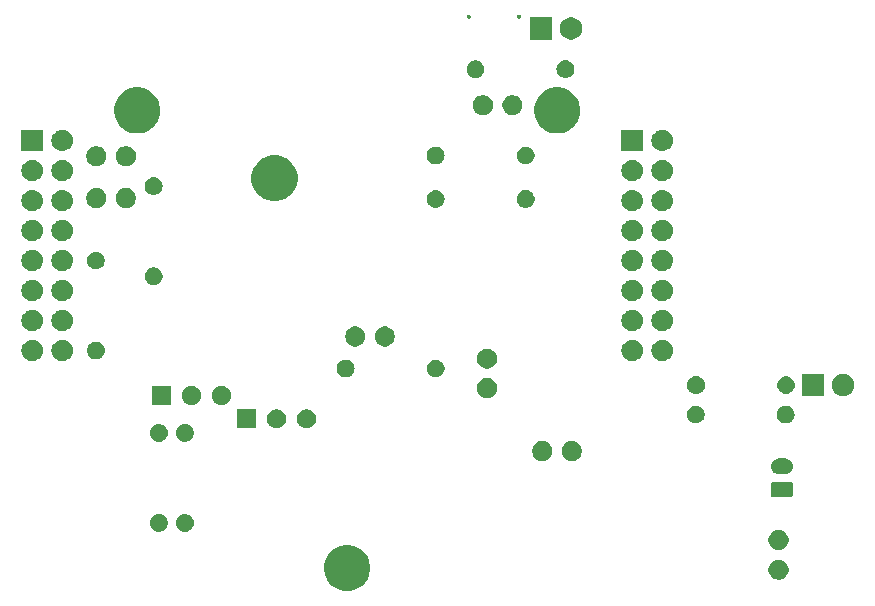
<source format=gbr>
G04 #@! TF.GenerationSoftware,KiCad,Pcbnew,(5.0.2)-1*
G04 #@! TF.CreationDate,2019-10-04T12:41:37+03:00*
G04 #@! TF.ProjectId,esp32d-diy,65737033-3264-42d6-9469-792e6b696361,1.0*
G04 #@! TF.SameCoordinates,Original*
G04 #@! TF.FileFunction,Soldermask,Bot*
G04 #@! TF.FilePolarity,Negative*
%FSLAX46Y46*%
G04 Gerber Fmt 4.6, Leading zero omitted, Abs format (unit mm)*
G04 Created by KiCad (PCBNEW (5.0.2)-1) date 04.10.2019 12:41:37*
%MOMM*%
%LPD*%
G01*
G04 APERTURE LIST*
%ADD10C,0.100000*%
G04 APERTURE END LIST*
D10*
G36*
X119949083Y-141633975D02*
X119949085Y-141633976D01*
X119949086Y-141633976D01*
X120304145Y-141781046D01*
X120619385Y-141991683D01*
X120623693Y-141994561D01*
X120895439Y-142266307D01*
X120895441Y-142266310D01*
X121108954Y-142585855D01*
X121238287Y-142898093D01*
X121256025Y-142940917D01*
X121331000Y-143317842D01*
X121331000Y-143702158D01*
X121260748Y-144055340D01*
X121256024Y-144079086D01*
X121108954Y-144434145D01*
X121062786Y-144503240D01*
X120895439Y-144753693D01*
X120623693Y-145025439D01*
X120623690Y-145025441D01*
X120304145Y-145238954D01*
X119949086Y-145386024D01*
X119949085Y-145386024D01*
X119949083Y-145386025D01*
X119572158Y-145461000D01*
X119187842Y-145461000D01*
X118810917Y-145386025D01*
X118810915Y-145386024D01*
X118810914Y-145386024D01*
X118455855Y-145238954D01*
X118136310Y-145025441D01*
X118136307Y-145025439D01*
X117864561Y-144753693D01*
X117697214Y-144503240D01*
X117651046Y-144434145D01*
X117503976Y-144079086D01*
X117499253Y-144055340D01*
X117429000Y-143702158D01*
X117429000Y-143317842D01*
X117503975Y-142940917D01*
X117521713Y-142898093D01*
X117651046Y-142585855D01*
X117864559Y-142266310D01*
X117864561Y-142266307D01*
X118136307Y-141994561D01*
X118140615Y-141991683D01*
X118455855Y-141781046D01*
X118810914Y-141633976D01*
X118810915Y-141633976D01*
X118810917Y-141633975D01*
X119187842Y-141559000D01*
X119572158Y-141559000D01*
X119949083Y-141633975D01*
X119949083Y-141633975D01*
G37*
G36*
X156153428Y-142833943D02*
X156308300Y-142898093D01*
X156447681Y-142991225D01*
X156566215Y-143109759D01*
X156659347Y-143249140D01*
X156723497Y-143404012D01*
X156756200Y-143568424D01*
X156756200Y-143736056D01*
X156723497Y-143900468D01*
X156659347Y-144055340D01*
X156566215Y-144194721D01*
X156447681Y-144313255D01*
X156308300Y-144406387D01*
X156153428Y-144470537D01*
X155989016Y-144503240D01*
X155821384Y-144503240D01*
X155656972Y-144470537D01*
X155502100Y-144406387D01*
X155362719Y-144313255D01*
X155244185Y-144194721D01*
X155151053Y-144055340D01*
X155086903Y-143900468D01*
X155054200Y-143736056D01*
X155054200Y-143568424D01*
X155086903Y-143404012D01*
X155151053Y-143249140D01*
X155244185Y-143109759D01*
X155362719Y-142991225D01*
X155502100Y-142898093D01*
X155656972Y-142833943D01*
X155821384Y-142801240D01*
X155989016Y-142801240D01*
X156153428Y-142833943D01*
X156153428Y-142833943D01*
G37*
G36*
X156153428Y-140333943D02*
X156308300Y-140398093D01*
X156447681Y-140491225D01*
X156566215Y-140609759D01*
X156659347Y-140749140D01*
X156723497Y-140904012D01*
X156756200Y-141068424D01*
X156756200Y-141236056D01*
X156723497Y-141400468D01*
X156659347Y-141555340D01*
X156566215Y-141694721D01*
X156447681Y-141813255D01*
X156308300Y-141906387D01*
X156153428Y-141970537D01*
X155989016Y-142003240D01*
X155821384Y-142003240D01*
X155656972Y-141970537D01*
X155502100Y-141906387D01*
X155362719Y-141813255D01*
X155244185Y-141694721D01*
X155151053Y-141555340D01*
X155086903Y-141400468D01*
X155054200Y-141236056D01*
X155054200Y-141068424D01*
X155086903Y-140904012D01*
X155151053Y-140749140D01*
X155244185Y-140609759D01*
X155362719Y-140491225D01*
X155502100Y-140398093D01*
X155656972Y-140333943D01*
X155821384Y-140301240D01*
X155989016Y-140301240D01*
X156153428Y-140333943D01*
X156153428Y-140333943D01*
G37*
G36*
X105717345Y-138942462D02*
X105790902Y-138949707D01*
X105932466Y-138992650D01*
X106062932Y-139062386D01*
X106177286Y-139156234D01*
X106271134Y-139270588D01*
X106340870Y-139401054D01*
X106383813Y-139542618D01*
X106398313Y-139689840D01*
X106383813Y-139837062D01*
X106340870Y-139978626D01*
X106271134Y-140109092D01*
X106177286Y-140223446D01*
X106062932Y-140317294D01*
X105932466Y-140387030D01*
X105790902Y-140429973D01*
X105717345Y-140437218D01*
X105680568Y-140440840D01*
X105606792Y-140440840D01*
X105570015Y-140437218D01*
X105496458Y-140429973D01*
X105354894Y-140387030D01*
X105224428Y-140317294D01*
X105110074Y-140223446D01*
X105016226Y-140109092D01*
X104946490Y-139978626D01*
X104903547Y-139837062D01*
X104889047Y-139689840D01*
X104903547Y-139542618D01*
X104946490Y-139401054D01*
X105016226Y-139270588D01*
X105110074Y-139156234D01*
X105224428Y-139062386D01*
X105354894Y-138992650D01*
X105496458Y-138949707D01*
X105570015Y-138942462D01*
X105606792Y-138938840D01*
X105680568Y-138938840D01*
X105717345Y-138942462D01*
X105717345Y-138942462D01*
G37*
G36*
X103567560Y-138949707D02*
X103658019Y-138967700D01*
X103794692Y-139024312D01*
X103851675Y-139062387D01*
X103917698Y-139106502D01*
X104022298Y-139211102D01*
X104022300Y-139211105D01*
X104104488Y-139334108D01*
X104161100Y-139470781D01*
X104189960Y-139615873D01*
X104189960Y-139763807D01*
X104161100Y-139908899D01*
X104104488Y-140045572D01*
X104023406Y-140166919D01*
X104022298Y-140168578D01*
X103917698Y-140273178D01*
X103917695Y-140273180D01*
X103794692Y-140355368D01*
X103658019Y-140411980D01*
X103570964Y-140429296D01*
X103512929Y-140440840D01*
X103364991Y-140440840D01*
X103306956Y-140429296D01*
X103219901Y-140411980D01*
X103083228Y-140355368D01*
X102960225Y-140273180D01*
X102960222Y-140273178D01*
X102855622Y-140168578D01*
X102854514Y-140166919D01*
X102773432Y-140045572D01*
X102716820Y-139908899D01*
X102687960Y-139763807D01*
X102687960Y-139615873D01*
X102716820Y-139470781D01*
X102773432Y-139334108D01*
X102855620Y-139211105D01*
X102855622Y-139211102D01*
X102960222Y-139106502D01*
X103026245Y-139062387D01*
X103083228Y-139024312D01*
X103219901Y-138967700D01*
X103310360Y-138949707D01*
X103364991Y-138938840D01*
X103512929Y-138938840D01*
X103567560Y-138949707D01*
X103567560Y-138949707D01*
G37*
G36*
X156955922Y-136243404D02*
X156993019Y-136254657D01*
X157027200Y-136272927D01*
X157057162Y-136297518D01*
X157081753Y-136327480D01*
X157100023Y-136361661D01*
X157111276Y-136398758D01*
X157115680Y-136443473D01*
X157115680Y-137336527D01*
X157111276Y-137381242D01*
X157100023Y-137418339D01*
X157081753Y-137452520D01*
X157057162Y-137482482D01*
X157027200Y-137507073D01*
X156993019Y-137525343D01*
X156955922Y-137536596D01*
X156911207Y-137541000D01*
X155468153Y-137541000D01*
X155423438Y-137536596D01*
X155386341Y-137525343D01*
X155352160Y-137507073D01*
X155322198Y-137482482D01*
X155297607Y-137452520D01*
X155279337Y-137418339D01*
X155268084Y-137381242D01*
X155263680Y-137336527D01*
X155263680Y-136443473D01*
X155268084Y-136398758D01*
X155279337Y-136361661D01*
X155297607Y-136327480D01*
X155322198Y-136297518D01*
X155352160Y-136272927D01*
X155386341Y-136254657D01*
X155423438Y-136243404D01*
X155468153Y-136239000D01*
X156911207Y-136239000D01*
X156955922Y-136243404D01*
X156955922Y-136243404D01*
G37*
G36*
X156528535Y-134242140D02*
X156592298Y-134248420D01*
X156674107Y-134273237D01*
X156715013Y-134285645D01*
X156815171Y-134339181D01*
X156828106Y-134346095D01*
X156927233Y-134427447D01*
X157008585Y-134526574D01*
X157008586Y-134526576D01*
X157069035Y-134639667D01*
X157069035Y-134639668D01*
X157106260Y-134762382D01*
X157118829Y-134890000D01*
X157106260Y-135017618D01*
X157081443Y-135099427D01*
X157069035Y-135140333D01*
X157015499Y-135240491D01*
X157008585Y-135253426D01*
X156927233Y-135352553D01*
X156828106Y-135433905D01*
X156828104Y-135433906D01*
X156715013Y-135494355D01*
X156674107Y-135506763D01*
X156592298Y-135531580D01*
X156528535Y-135537860D01*
X156496654Y-135541000D01*
X155882706Y-135541000D01*
X155850825Y-135537860D01*
X155787062Y-135531580D01*
X155705253Y-135506763D01*
X155664347Y-135494355D01*
X155551256Y-135433906D01*
X155551254Y-135433905D01*
X155452127Y-135352553D01*
X155370775Y-135253426D01*
X155363861Y-135240491D01*
X155310325Y-135140333D01*
X155297917Y-135099427D01*
X155273100Y-135017618D01*
X155260531Y-134890000D01*
X155273100Y-134762382D01*
X155310325Y-134639668D01*
X155310325Y-134639667D01*
X155370774Y-134526576D01*
X155370775Y-134526574D01*
X155452127Y-134427447D01*
X155551254Y-134346095D01*
X155564189Y-134339181D01*
X155664347Y-134285645D01*
X155705253Y-134273237D01*
X155787062Y-134248420D01*
X155850825Y-134242140D01*
X155882706Y-134239000D01*
X156496654Y-134239000D01*
X156528535Y-134242140D01*
X156528535Y-134242140D01*
G37*
G36*
X138643308Y-132790783D02*
X138798180Y-132854933D01*
X138937561Y-132948065D01*
X139056095Y-133066599D01*
X139149227Y-133205980D01*
X139213377Y-133360852D01*
X139246080Y-133525264D01*
X139246080Y-133692896D01*
X139213377Y-133857308D01*
X139149227Y-134012180D01*
X139056095Y-134151561D01*
X138937561Y-134270095D01*
X138798180Y-134363227D01*
X138643308Y-134427377D01*
X138478896Y-134460080D01*
X138311264Y-134460080D01*
X138146852Y-134427377D01*
X137991980Y-134363227D01*
X137852599Y-134270095D01*
X137734065Y-134151561D01*
X137640933Y-134012180D01*
X137576783Y-133857308D01*
X137544080Y-133692896D01*
X137544080Y-133525264D01*
X137576783Y-133360852D01*
X137640933Y-133205980D01*
X137734065Y-133066599D01*
X137852599Y-132948065D01*
X137991980Y-132854933D01*
X138146852Y-132790783D01*
X138311264Y-132758080D01*
X138478896Y-132758080D01*
X138643308Y-132790783D01*
X138643308Y-132790783D01*
G37*
G36*
X136143308Y-132790783D02*
X136298180Y-132854933D01*
X136437561Y-132948065D01*
X136556095Y-133066599D01*
X136649227Y-133205980D01*
X136713377Y-133360852D01*
X136746080Y-133525264D01*
X136746080Y-133692896D01*
X136713377Y-133857308D01*
X136649227Y-134012180D01*
X136556095Y-134151561D01*
X136437561Y-134270095D01*
X136298180Y-134363227D01*
X136143308Y-134427377D01*
X135978896Y-134460080D01*
X135811264Y-134460080D01*
X135646852Y-134427377D01*
X135491980Y-134363227D01*
X135352599Y-134270095D01*
X135234065Y-134151561D01*
X135140933Y-134012180D01*
X135076783Y-133857308D01*
X135044080Y-133692896D01*
X135044080Y-133525264D01*
X135076783Y-133360852D01*
X135140933Y-133205980D01*
X135234065Y-133066599D01*
X135352599Y-132948065D01*
X135491980Y-132854933D01*
X135646852Y-132790783D01*
X135811264Y-132758080D01*
X135978896Y-132758080D01*
X136143308Y-132790783D01*
X136143308Y-132790783D01*
G37*
G36*
X105772280Y-131329707D02*
X105862739Y-131347700D01*
X105999412Y-131404312D01*
X106056395Y-131442387D01*
X106122418Y-131486502D01*
X106227018Y-131591102D01*
X106227020Y-131591105D01*
X106309208Y-131714108D01*
X106365820Y-131850781D01*
X106394680Y-131995873D01*
X106394680Y-132143807D01*
X106365820Y-132288899D01*
X106309208Y-132425572D01*
X106228126Y-132546919D01*
X106227018Y-132548578D01*
X106122418Y-132653178D01*
X106122415Y-132653180D01*
X105999412Y-132735368D01*
X105862739Y-132791980D01*
X105775684Y-132809296D01*
X105717649Y-132820840D01*
X105569711Y-132820840D01*
X105511676Y-132809296D01*
X105424621Y-132791980D01*
X105287948Y-132735368D01*
X105164945Y-132653180D01*
X105164942Y-132653178D01*
X105060342Y-132548578D01*
X105059234Y-132546919D01*
X104978152Y-132425572D01*
X104921540Y-132288899D01*
X104892680Y-132143807D01*
X104892680Y-131995873D01*
X104921540Y-131850781D01*
X104978152Y-131714108D01*
X105060340Y-131591105D01*
X105060342Y-131591102D01*
X105164942Y-131486502D01*
X105230965Y-131442387D01*
X105287948Y-131404312D01*
X105424621Y-131347700D01*
X105515080Y-131329707D01*
X105569711Y-131318840D01*
X105717649Y-131318840D01*
X105772280Y-131329707D01*
X105772280Y-131329707D01*
G37*
G36*
X103512625Y-131322462D02*
X103586182Y-131329707D01*
X103727746Y-131372650D01*
X103858212Y-131442386D01*
X103972566Y-131536234D01*
X104066414Y-131650588D01*
X104136150Y-131781054D01*
X104179093Y-131922618D01*
X104193593Y-132069840D01*
X104179093Y-132217062D01*
X104136150Y-132358626D01*
X104066414Y-132489092D01*
X103972566Y-132603446D01*
X103858212Y-132697294D01*
X103727746Y-132767030D01*
X103586182Y-132809973D01*
X103512625Y-132817218D01*
X103475848Y-132820840D01*
X103402072Y-132820840D01*
X103365295Y-132817218D01*
X103291738Y-132809973D01*
X103150174Y-132767030D01*
X103019708Y-132697294D01*
X102905354Y-132603446D01*
X102811506Y-132489092D01*
X102741770Y-132358626D01*
X102698827Y-132217062D01*
X102684327Y-132069840D01*
X102698827Y-131922618D01*
X102741770Y-131781054D01*
X102811506Y-131650588D01*
X102905354Y-131536234D01*
X103019708Y-131442386D01*
X103150174Y-131372650D01*
X103291738Y-131329707D01*
X103365295Y-131322462D01*
X103402072Y-131318840D01*
X103475848Y-131318840D01*
X103512625Y-131322462D01*
X103512625Y-131322462D01*
G37*
G36*
X113629403Y-130121061D02*
X113775175Y-130181442D01*
X113906371Y-130269104D01*
X114017936Y-130380669D01*
X114105598Y-130511865D01*
X114165979Y-130657637D01*
X114196760Y-130812387D01*
X114196760Y-130970173D01*
X114165979Y-131124923D01*
X114105598Y-131270695D01*
X114017936Y-131401891D01*
X113906371Y-131513456D01*
X113775175Y-131601118D01*
X113629403Y-131661499D01*
X113474653Y-131692280D01*
X113316867Y-131692280D01*
X113162117Y-131661499D01*
X113016345Y-131601118D01*
X112885149Y-131513456D01*
X112773584Y-131401891D01*
X112685922Y-131270695D01*
X112625541Y-131124923D01*
X112594760Y-130970173D01*
X112594760Y-130812387D01*
X112625541Y-130657637D01*
X112685922Y-130511865D01*
X112773584Y-130380669D01*
X112885149Y-130269104D01*
X113016345Y-130181442D01*
X113162117Y-130121061D01*
X113316867Y-130090280D01*
X113474653Y-130090280D01*
X113629403Y-130121061D01*
X113629403Y-130121061D01*
G37*
G36*
X116169403Y-130121061D02*
X116315175Y-130181442D01*
X116446371Y-130269104D01*
X116557936Y-130380669D01*
X116645598Y-130511865D01*
X116705979Y-130657637D01*
X116736760Y-130812387D01*
X116736760Y-130970173D01*
X116705979Y-131124923D01*
X116645598Y-131270695D01*
X116557936Y-131401891D01*
X116446371Y-131513456D01*
X116315175Y-131601118D01*
X116169403Y-131661499D01*
X116014653Y-131692280D01*
X115856867Y-131692280D01*
X115702117Y-131661499D01*
X115556345Y-131601118D01*
X115425149Y-131513456D01*
X115313584Y-131401891D01*
X115225922Y-131270695D01*
X115165541Y-131124923D01*
X115134760Y-130970173D01*
X115134760Y-130812387D01*
X115165541Y-130657637D01*
X115225922Y-130511865D01*
X115313584Y-130380669D01*
X115425149Y-130269104D01*
X115556345Y-130181442D01*
X115702117Y-130121061D01*
X115856867Y-130090280D01*
X116014653Y-130090280D01*
X116169403Y-130121061D01*
X116169403Y-130121061D01*
G37*
G36*
X111656760Y-131692280D02*
X110054760Y-131692280D01*
X110054760Y-130090280D01*
X111656760Y-130090280D01*
X111656760Y-131692280D01*
X111656760Y-131692280D01*
G37*
G36*
X156583385Y-129773062D02*
X156656942Y-129780307D01*
X156798506Y-129823250D01*
X156928972Y-129892986D01*
X157043326Y-129986834D01*
X157137174Y-130101188D01*
X157206910Y-130231654D01*
X157249853Y-130373218D01*
X157264353Y-130520440D01*
X157249853Y-130667662D01*
X157206910Y-130809226D01*
X157137174Y-130939692D01*
X157043326Y-131054046D01*
X156928972Y-131147894D01*
X156798506Y-131217630D01*
X156656942Y-131260573D01*
X156583385Y-131267818D01*
X156546608Y-131271440D01*
X156472832Y-131271440D01*
X156436055Y-131267818D01*
X156362498Y-131260573D01*
X156220934Y-131217630D01*
X156090468Y-131147894D01*
X155976114Y-131054046D01*
X155882266Y-130939692D01*
X155812530Y-130809226D01*
X155769587Y-130667662D01*
X155755087Y-130520440D01*
X155769587Y-130373218D01*
X155812530Y-130231654D01*
X155882266Y-130101188D01*
X155976114Y-129986834D01*
X156090468Y-129892986D01*
X156220934Y-129823250D01*
X156362498Y-129780307D01*
X156436055Y-129773062D01*
X156472832Y-129769440D01*
X156546608Y-129769440D01*
X156583385Y-129773062D01*
X156583385Y-129773062D01*
G37*
G36*
X149018320Y-129780307D02*
X149108779Y-129798300D01*
X149245452Y-129854912D01*
X149302435Y-129892987D01*
X149368458Y-129937102D01*
X149473058Y-130041702D01*
X149473060Y-130041705D01*
X149555248Y-130164708D01*
X149611860Y-130301381D01*
X149640720Y-130446473D01*
X149640720Y-130594407D01*
X149611860Y-130739499D01*
X149555248Y-130876172D01*
X149474166Y-130997519D01*
X149473058Y-130999178D01*
X149368458Y-131103778D01*
X149368455Y-131103780D01*
X149245452Y-131185968D01*
X149108779Y-131242580D01*
X149021724Y-131259896D01*
X148963689Y-131271440D01*
X148815751Y-131271440D01*
X148757716Y-131259896D01*
X148670661Y-131242580D01*
X148533988Y-131185968D01*
X148410985Y-131103780D01*
X148410982Y-131103778D01*
X148306382Y-130999178D01*
X148305274Y-130997519D01*
X148224192Y-130876172D01*
X148167580Y-130739499D01*
X148138720Y-130594407D01*
X148138720Y-130446473D01*
X148167580Y-130301381D01*
X148224192Y-130164708D01*
X148306380Y-130041705D01*
X148306382Y-130041702D01*
X148410982Y-129937102D01*
X148477005Y-129892987D01*
X148533988Y-129854912D01*
X148670661Y-129798300D01*
X148761120Y-129780307D01*
X148815751Y-129769440D01*
X148963689Y-129769440D01*
X149018320Y-129780307D01*
X149018320Y-129780307D01*
G37*
G36*
X104458400Y-129711080D02*
X102856400Y-129711080D01*
X102856400Y-128109080D01*
X104458400Y-128109080D01*
X104458400Y-129711080D01*
X104458400Y-129711080D01*
G37*
G36*
X108971043Y-128139861D02*
X109116815Y-128200242D01*
X109248011Y-128287904D01*
X109359576Y-128399469D01*
X109447238Y-128530665D01*
X109507619Y-128676437D01*
X109538400Y-128831187D01*
X109538400Y-128988973D01*
X109507619Y-129143723D01*
X109447238Y-129289495D01*
X109359576Y-129420691D01*
X109248011Y-129532256D01*
X109116815Y-129619918D01*
X108971043Y-129680299D01*
X108816293Y-129711080D01*
X108658507Y-129711080D01*
X108503757Y-129680299D01*
X108357985Y-129619918D01*
X108226789Y-129532256D01*
X108115224Y-129420691D01*
X108027562Y-129289495D01*
X107967181Y-129143723D01*
X107936400Y-128988973D01*
X107936400Y-128831187D01*
X107967181Y-128676437D01*
X108027562Y-128530665D01*
X108115224Y-128399469D01*
X108226789Y-128287904D01*
X108357985Y-128200242D01*
X108503757Y-128139861D01*
X108658507Y-128109080D01*
X108816293Y-128109080D01*
X108971043Y-128139861D01*
X108971043Y-128139861D01*
G37*
G36*
X106431043Y-128139861D02*
X106576815Y-128200242D01*
X106708011Y-128287904D01*
X106819576Y-128399469D01*
X106907238Y-128530665D01*
X106967619Y-128676437D01*
X106998400Y-128831187D01*
X106998400Y-128988973D01*
X106967619Y-129143723D01*
X106907238Y-129289495D01*
X106819576Y-129420691D01*
X106708011Y-129532256D01*
X106576815Y-129619918D01*
X106431043Y-129680299D01*
X106276293Y-129711080D01*
X106118507Y-129711080D01*
X105963757Y-129680299D01*
X105817985Y-129619918D01*
X105686789Y-129532256D01*
X105575224Y-129420691D01*
X105487562Y-129289495D01*
X105427181Y-129143723D01*
X105396400Y-128988973D01*
X105396400Y-128831187D01*
X105427181Y-128676437D01*
X105487562Y-128530665D01*
X105575224Y-128399469D01*
X105686789Y-128287904D01*
X105817985Y-128200242D01*
X105963757Y-128139861D01*
X106118507Y-128109080D01*
X106276293Y-128109080D01*
X106431043Y-128139861D01*
X106431043Y-128139861D01*
G37*
G36*
X131469708Y-127466943D02*
X131624580Y-127531093D01*
X131763961Y-127624225D01*
X131882495Y-127742759D01*
X131975627Y-127882140D01*
X132039777Y-128037012D01*
X132072480Y-128201424D01*
X132072480Y-128369056D01*
X132039777Y-128533468D01*
X131975627Y-128688340D01*
X131882495Y-128827721D01*
X131763961Y-128946255D01*
X131624580Y-129039387D01*
X131469708Y-129103537D01*
X131305296Y-129136240D01*
X131137664Y-129136240D01*
X130973252Y-129103537D01*
X130818380Y-129039387D01*
X130678999Y-128946255D01*
X130560465Y-128827721D01*
X130467333Y-128688340D01*
X130403183Y-128533468D01*
X130370480Y-128369056D01*
X130370480Y-128201424D01*
X130403183Y-128037012D01*
X130467333Y-127882140D01*
X130560465Y-127742759D01*
X130678999Y-127624225D01*
X130818380Y-127531093D01*
X130973252Y-127466943D01*
X131137664Y-127434240D01*
X131305296Y-127434240D01*
X131469708Y-127466943D01*
X131469708Y-127466943D01*
G37*
G36*
X161630896Y-127101546D02*
X161803966Y-127173234D01*
X161959730Y-127277312D01*
X162092188Y-127409770D01*
X162196266Y-127565534D01*
X162267954Y-127738604D01*
X162304500Y-127922333D01*
X162304500Y-128109667D01*
X162267954Y-128293396D01*
X162196266Y-128466466D01*
X162092188Y-128622230D01*
X161959730Y-128754688D01*
X161803966Y-128858766D01*
X161630896Y-128930454D01*
X161447167Y-128967000D01*
X161259833Y-128967000D01*
X161076104Y-128930454D01*
X160903034Y-128858766D01*
X160747270Y-128754688D01*
X160614812Y-128622230D01*
X160510734Y-128466466D01*
X160439046Y-128293396D01*
X160402500Y-128109667D01*
X160402500Y-127922333D01*
X160439046Y-127738604D01*
X160510734Y-127565534D01*
X160614812Y-127409770D01*
X160747270Y-127277312D01*
X160903034Y-127173234D01*
X161076104Y-127101546D01*
X161259833Y-127065000D01*
X161447167Y-127065000D01*
X161630896Y-127101546D01*
X161630896Y-127101546D01*
G37*
G36*
X159764500Y-128967000D02*
X157862500Y-128967000D01*
X157862500Y-127065000D01*
X159764500Y-127065000D01*
X159764500Y-128967000D01*
X159764500Y-128967000D01*
G37*
G36*
X156608785Y-127268622D02*
X156682342Y-127275867D01*
X156823906Y-127318810D01*
X156954372Y-127388546D01*
X157068726Y-127482394D01*
X157162574Y-127596748D01*
X157232310Y-127727214D01*
X157275253Y-127868778D01*
X157289753Y-128016000D01*
X157275253Y-128163222D01*
X157232310Y-128304786D01*
X157162574Y-128435252D01*
X157068726Y-128549606D01*
X156954372Y-128643454D01*
X156823906Y-128713190D01*
X156682342Y-128756133D01*
X156608785Y-128763378D01*
X156572008Y-128767000D01*
X156498232Y-128767000D01*
X156461455Y-128763378D01*
X156387898Y-128756133D01*
X156246334Y-128713190D01*
X156115868Y-128643454D01*
X156001514Y-128549606D01*
X155907666Y-128435252D01*
X155837930Y-128304786D01*
X155794987Y-128163222D01*
X155780487Y-128016000D01*
X155794987Y-127868778D01*
X155837930Y-127727214D01*
X155907666Y-127596748D01*
X156001514Y-127482394D01*
X156115868Y-127388546D01*
X156246334Y-127318810D01*
X156387898Y-127275867D01*
X156461455Y-127268622D01*
X156498232Y-127265000D01*
X156572008Y-127265000D01*
X156608785Y-127268622D01*
X156608785Y-127268622D01*
G37*
G36*
X149043720Y-127275867D02*
X149134179Y-127293860D01*
X149270852Y-127350472D01*
X149327835Y-127388547D01*
X149393858Y-127432662D01*
X149498458Y-127537262D01*
X149498460Y-127537265D01*
X149580648Y-127660268D01*
X149637260Y-127796941D01*
X149651549Y-127868778D01*
X149666120Y-127942031D01*
X149666120Y-128089969D01*
X149654576Y-128148004D01*
X149637260Y-128235059D01*
X149580648Y-128371732D01*
X149517349Y-128466466D01*
X149498458Y-128494738D01*
X149393858Y-128599338D01*
X149393855Y-128599340D01*
X149270852Y-128681528D01*
X149134179Y-128738140D01*
X149050985Y-128754688D01*
X148989089Y-128767000D01*
X148841151Y-128767000D01*
X148779255Y-128754688D01*
X148696061Y-128738140D01*
X148559388Y-128681528D01*
X148436385Y-128599340D01*
X148436382Y-128599338D01*
X148331782Y-128494738D01*
X148312891Y-128466466D01*
X148249592Y-128371732D01*
X148192980Y-128235059D01*
X148175664Y-128148004D01*
X148164120Y-128089969D01*
X148164120Y-127942031D01*
X148178691Y-127868778D01*
X148192980Y-127796941D01*
X148249592Y-127660268D01*
X148331780Y-127537265D01*
X148331782Y-127537262D01*
X148436382Y-127432662D01*
X148502405Y-127388547D01*
X148559388Y-127350472D01*
X148696061Y-127293860D01*
X148786520Y-127275867D01*
X148841151Y-127265000D01*
X148989089Y-127265000D01*
X149043720Y-127275867D01*
X149043720Y-127275867D01*
G37*
G36*
X119326665Y-125871622D02*
X119400222Y-125878867D01*
X119541786Y-125921810D01*
X119672252Y-125991546D01*
X119786606Y-126085394D01*
X119880454Y-126199748D01*
X119950190Y-126330214D01*
X119993133Y-126471778D01*
X120007633Y-126619000D01*
X119993133Y-126766222D01*
X119950190Y-126907786D01*
X119880454Y-127038252D01*
X119786606Y-127152606D01*
X119672252Y-127246454D01*
X119541786Y-127316190D01*
X119400222Y-127359133D01*
X119326665Y-127366378D01*
X119289888Y-127370000D01*
X119216112Y-127370000D01*
X119179335Y-127366378D01*
X119105778Y-127359133D01*
X118964214Y-127316190D01*
X118833748Y-127246454D01*
X118719394Y-127152606D01*
X118625546Y-127038252D01*
X118555810Y-126907786D01*
X118512867Y-126766222D01*
X118498367Y-126619000D01*
X118512867Y-126471778D01*
X118555810Y-126330214D01*
X118625546Y-126199748D01*
X118719394Y-126085394D01*
X118833748Y-125991546D01*
X118964214Y-125921810D01*
X119105778Y-125878867D01*
X119179335Y-125871622D01*
X119216112Y-125868000D01*
X119289888Y-125868000D01*
X119326665Y-125871622D01*
X119326665Y-125871622D01*
G37*
G36*
X127001600Y-125878867D02*
X127092059Y-125896860D01*
X127228732Y-125953472D01*
X127348454Y-126033468D01*
X127351738Y-126035662D01*
X127456338Y-126140262D01*
X127456340Y-126140265D01*
X127538528Y-126263268D01*
X127595140Y-126399941D01*
X127624000Y-126545033D01*
X127624000Y-126692967D01*
X127595140Y-126838059D01*
X127538528Y-126974732D01*
X127478213Y-127065000D01*
X127456338Y-127097738D01*
X127351738Y-127202338D01*
X127351735Y-127202340D01*
X127228732Y-127284528D01*
X127092059Y-127341140D01*
X127005004Y-127358456D01*
X126946969Y-127370000D01*
X126799031Y-127370000D01*
X126740996Y-127358456D01*
X126653941Y-127341140D01*
X126517268Y-127284528D01*
X126394265Y-127202340D01*
X126394262Y-127202338D01*
X126289662Y-127097738D01*
X126267787Y-127065000D01*
X126207472Y-126974732D01*
X126150860Y-126838059D01*
X126122000Y-126692967D01*
X126122000Y-126545033D01*
X126150860Y-126399941D01*
X126207472Y-126263268D01*
X126289660Y-126140265D01*
X126289662Y-126140262D01*
X126394262Y-126035662D01*
X126397546Y-126033468D01*
X126517268Y-125953472D01*
X126653941Y-125896860D01*
X126744400Y-125878867D01*
X126799031Y-125868000D01*
X126946969Y-125868000D01*
X127001600Y-125878867D01*
X127001600Y-125878867D01*
G37*
G36*
X131469708Y-124966943D02*
X131624580Y-125031093D01*
X131763961Y-125124225D01*
X131882495Y-125242759D01*
X131975627Y-125382140D01*
X132039777Y-125537012D01*
X132072480Y-125701424D01*
X132072480Y-125869056D01*
X132039777Y-126033468D01*
X131975627Y-126188340D01*
X131882495Y-126327721D01*
X131763961Y-126446255D01*
X131624580Y-126539387D01*
X131469708Y-126603537D01*
X131305296Y-126636240D01*
X131137664Y-126636240D01*
X130973252Y-126603537D01*
X130818380Y-126539387D01*
X130678999Y-126446255D01*
X130560465Y-126327721D01*
X130467333Y-126188340D01*
X130403183Y-126033468D01*
X130370480Y-125869056D01*
X130370480Y-125701424D01*
X130403183Y-125537012D01*
X130467333Y-125382140D01*
X130560465Y-125242759D01*
X130678999Y-125124225D01*
X130818380Y-125031093D01*
X130973252Y-124966943D01*
X131137664Y-124934240D01*
X131305296Y-124934240D01*
X131469708Y-124966943D01*
X131469708Y-124966943D01*
G37*
G36*
X92820442Y-124200518D02*
X92886627Y-124207037D01*
X92999853Y-124241384D01*
X93056467Y-124258557D01*
X93170556Y-124319540D01*
X93212991Y-124342222D01*
X93248729Y-124371552D01*
X93350186Y-124454814D01*
X93433448Y-124556271D01*
X93462778Y-124592009D01*
X93462779Y-124592011D01*
X93546443Y-124748533D01*
X93546443Y-124748534D01*
X93597963Y-124918373D01*
X93615359Y-125095000D01*
X93597963Y-125271627D01*
X93564439Y-125382140D01*
X93546443Y-125441467D01*
X93507538Y-125514252D01*
X93462778Y-125597991D01*
X93437653Y-125628606D01*
X93350186Y-125735186D01*
X93280725Y-125792190D01*
X93212991Y-125847778D01*
X93212989Y-125847779D01*
X93056467Y-125931443D01*
X92999853Y-125948616D01*
X92886627Y-125982963D01*
X92820442Y-125989482D01*
X92754260Y-125996000D01*
X92665740Y-125996000D01*
X92599558Y-125989482D01*
X92533373Y-125982963D01*
X92420147Y-125948616D01*
X92363533Y-125931443D01*
X92207011Y-125847779D01*
X92207009Y-125847778D01*
X92139275Y-125792190D01*
X92069814Y-125735186D01*
X91982347Y-125628606D01*
X91957222Y-125597991D01*
X91912462Y-125514252D01*
X91873557Y-125441467D01*
X91855561Y-125382140D01*
X91822037Y-125271627D01*
X91804641Y-125095000D01*
X91822037Y-124918373D01*
X91873557Y-124748534D01*
X91873557Y-124748533D01*
X91957221Y-124592011D01*
X91957222Y-124592009D01*
X91986552Y-124556271D01*
X92069814Y-124454814D01*
X92171271Y-124371552D01*
X92207009Y-124342222D01*
X92249444Y-124319540D01*
X92363533Y-124258557D01*
X92420147Y-124241384D01*
X92533373Y-124207037D01*
X92599558Y-124200518D01*
X92665740Y-124194000D01*
X92754260Y-124194000D01*
X92820442Y-124200518D01*
X92820442Y-124200518D01*
G37*
G36*
X95360442Y-124200518D02*
X95426627Y-124207037D01*
X95539853Y-124241384D01*
X95596467Y-124258557D01*
X95710556Y-124319540D01*
X95752991Y-124342222D01*
X95788729Y-124371552D01*
X95890186Y-124454814D01*
X95973448Y-124556271D01*
X96002778Y-124592009D01*
X96002779Y-124592011D01*
X96086443Y-124748533D01*
X96086443Y-124748534D01*
X96137963Y-124918373D01*
X96155359Y-125095000D01*
X96137963Y-125271627D01*
X96104439Y-125382140D01*
X96086443Y-125441467D01*
X96047538Y-125514252D01*
X96002778Y-125597991D01*
X95977653Y-125628606D01*
X95890186Y-125735186D01*
X95820725Y-125792190D01*
X95752991Y-125847778D01*
X95752989Y-125847779D01*
X95596467Y-125931443D01*
X95539853Y-125948616D01*
X95426627Y-125982963D01*
X95360442Y-125989482D01*
X95294260Y-125996000D01*
X95205740Y-125996000D01*
X95139558Y-125989482D01*
X95073373Y-125982963D01*
X94960147Y-125948616D01*
X94903533Y-125931443D01*
X94747011Y-125847779D01*
X94747009Y-125847778D01*
X94679275Y-125792190D01*
X94609814Y-125735186D01*
X94522347Y-125628606D01*
X94497222Y-125597991D01*
X94452462Y-125514252D01*
X94413557Y-125441467D01*
X94395561Y-125382140D01*
X94362037Y-125271627D01*
X94344641Y-125095000D01*
X94362037Y-124918373D01*
X94413557Y-124748534D01*
X94413557Y-124748533D01*
X94497221Y-124592011D01*
X94497222Y-124592009D01*
X94526552Y-124556271D01*
X94609814Y-124454814D01*
X94711271Y-124371552D01*
X94747009Y-124342222D01*
X94789444Y-124319540D01*
X94903533Y-124258557D01*
X94960147Y-124241384D01*
X95073373Y-124207037D01*
X95139558Y-124200518D01*
X95205740Y-124194000D01*
X95294260Y-124194000D01*
X95360442Y-124200518D01*
X95360442Y-124200518D01*
G37*
G36*
X143620442Y-124200518D02*
X143686627Y-124207037D01*
X143799853Y-124241384D01*
X143856467Y-124258557D01*
X143970556Y-124319540D01*
X144012991Y-124342222D01*
X144048729Y-124371552D01*
X144150186Y-124454814D01*
X144233448Y-124556271D01*
X144262778Y-124592009D01*
X144262779Y-124592011D01*
X144346443Y-124748533D01*
X144346443Y-124748534D01*
X144397963Y-124918373D01*
X144415359Y-125095000D01*
X144397963Y-125271627D01*
X144364439Y-125382140D01*
X144346443Y-125441467D01*
X144307538Y-125514252D01*
X144262778Y-125597991D01*
X144237653Y-125628606D01*
X144150186Y-125735186D01*
X144080725Y-125792190D01*
X144012991Y-125847778D01*
X144012989Y-125847779D01*
X143856467Y-125931443D01*
X143799853Y-125948616D01*
X143686627Y-125982963D01*
X143620442Y-125989482D01*
X143554260Y-125996000D01*
X143465740Y-125996000D01*
X143399558Y-125989482D01*
X143333373Y-125982963D01*
X143220147Y-125948616D01*
X143163533Y-125931443D01*
X143007011Y-125847779D01*
X143007009Y-125847778D01*
X142939275Y-125792190D01*
X142869814Y-125735186D01*
X142782347Y-125628606D01*
X142757222Y-125597991D01*
X142712462Y-125514252D01*
X142673557Y-125441467D01*
X142655561Y-125382140D01*
X142622037Y-125271627D01*
X142604641Y-125095000D01*
X142622037Y-124918373D01*
X142673557Y-124748534D01*
X142673557Y-124748533D01*
X142757221Y-124592011D01*
X142757222Y-124592009D01*
X142786552Y-124556271D01*
X142869814Y-124454814D01*
X142971271Y-124371552D01*
X143007009Y-124342222D01*
X143049444Y-124319540D01*
X143163533Y-124258557D01*
X143220147Y-124241384D01*
X143333373Y-124207037D01*
X143399558Y-124200518D01*
X143465740Y-124194000D01*
X143554260Y-124194000D01*
X143620442Y-124200518D01*
X143620442Y-124200518D01*
G37*
G36*
X146160442Y-124200518D02*
X146226627Y-124207037D01*
X146339853Y-124241384D01*
X146396467Y-124258557D01*
X146510556Y-124319540D01*
X146552991Y-124342222D01*
X146588729Y-124371552D01*
X146690186Y-124454814D01*
X146773448Y-124556271D01*
X146802778Y-124592009D01*
X146802779Y-124592011D01*
X146886443Y-124748533D01*
X146886443Y-124748534D01*
X146937963Y-124918373D01*
X146955359Y-125095000D01*
X146937963Y-125271627D01*
X146904439Y-125382140D01*
X146886443Y-125441467D01*
X146847538Y-125514252D01*
X146802778Y-125597991D01*
X146777653Y-125628606D01*
X146690186Y-125735186D01*
X146620725Y-125792190D01*
X146552991Y-125847778D01*
X146552989Y-125847779D01*
X146396467Y-125931443D01*
X146339853Y-125948616D01*
X146226627Y-125982963D01*
X146160442Y-125989482D01*
X146094260Y-125996000D01*
X146005740Y-125996000D01*
X145939558Y-125989482D01*
X145873373Y-125982963D01*
X145760147Y-125948616D01*
X145703533Y-125931443D01*
X145547011Y-125847779D01*
X145547009Y-125847778D01*
X145479275Y-125792190D01*
X145409814Y-125735186D01*
X145322347Y-125628606D01*
X145297222Y-125597991D01*
X145252462Y-125514252D01*
X145213557Y-125441467D01*
X145195561Y-125382140D01*
X145162037Y-125271627D01*
X145144641Y-125095000D01*
X145162037Y-124918373D01*
X145213557Y-124748534D01*
X145213557Y-124748533D01*
X145297221Y-124592011D01*
X145297222Y-124592009D01*
X145326552Y-124556271D01*
X145409814Y-124454814D01*
X145511271Y-124371552D01*
X145547009Y-124342222D01*
X145589444Y-124319540D01*
X145703533Y-124258557D01*
X145760147Y-124241384D01*
X145873373Y-124207037D01*
X145939558Y-124200518D01*
X146005740Y-124194000D01*
X146094260Y-124194000D01*
X146160442Y-124200518D01*
X146160442Y-124200518D01*
G37*
G36*
X98181165Y-124347622D02*
X98254722Y-124354867D01*
X98396286Y-124397810D01*
X98526752Y-124467546D01*
X98641106Y-124561394D01*
X98734954Y-124675748D01*
X98804690Y-124806214D01*
X98847633Y-124947778D01*
X98862133Y-125095000D01*
X98847633Y-125242222D01*
X98804690Y-125383786D01*
X98734954Y-125514252D01*
X98641106Y-125628606D01*
X98526752Y-125722454D01*
X98396286Y-125792190D01*
X98254722Y-125835133D01*
X98181165Y-125842378D01*
X98144388Y-125846000D01*
X98070612Y-125846000D01*
X98033835Y-125842378D01*
X97960278Y-125835133D01*
X97818714Y-125792190D01*
X97688248Y-125722454D01*
X97573894Y-125628606D01*
X97480046Y-125514252D01*
X97410310Y-125383786D01*
X97367367Y-125242222D01*
X97352867Y-125095000D01*
X97367367Y-124947778D01*
X97410310Y-124806214D01*
X97480046Y-124675748D01*
X97573894Y-124561394D01*
X97688248Y-124467546D01*
X97818714Y-124397810D01*
X97960278Y-124354867D01*
X98033835Y-124347622D01*
X98070612Y-124344000D01*
X98144388Y-124344000D01*
X98181165Y-124347622D01*
X98181165Y-124347622D01*
G37*
G36*
X120308308Y-123098143D02*
X120463180Y-123162293D01*
X120602561Y-123255425D01*
X120721095Y-123373959D01*
X120814227Y-123513340D01*
X120878377Y-123668212D01*
X120911080Y-123832624D01*
X120911080Y-124000256D01*
X120878377Y-124164668D01*
X120814227Y-124319540D01*
X120721095Y-124458921D01*
X120602561Y-124577455D01*
X120463180Y-124670587D01*
X120308308Y-124734737D01*
X120143896Y-124767440D01*
X119976264Y-124767440D01*
X119811852Y-124734737D01*
X119656980Y-124670587D01*
X119517599Y-124577455D01*
X119399065Y-124458921D01*
X119305933Y-124319540D01*
X119241783Y-124164668D01*
X119209080Y-124000256D01*
X119209080Y-123832624D01*
X119241783Y-123668212D01*
X119305933Y-123513340D01*
X119399065Y-123373959D01*
X119517599Y-123255425D01*
X119656980Y-123162293D01*
X119811852Y-123098143D01*
X119976264Y-123065440D01*
X120143896Y-123065440D01*
X120308308Y-123098143D01*
X120308308Y-123098143D01*
G37*
G36*
X122808308Y-123098143D02*
X122963180Y-123162293D01*
X123102561Y-123255425D01*
X123221095Y-123373959D01*
X123314227Y-123513340D01*
X123378377Y-123668212D01*
X123411080Y-123832624D01*
X123411080Y-124000256D01*
X123378377Y-124164668D01*
X123314227Y-124319540D01*
X123221095Y-124458921D01*
X123102561Y-124577455D01*
X122963180Y-124670587D01*
X122808308Y-124734737D01*
X122643896Y-124767440D01*
X122476264Y-124767440D01*
X122311852Y-124734737D01*
X122156980Y-124670587D01*
X122017599Y-124577455D01*
X121899065Y-124458921D01*
X121805933Y-124319540D01*
X121741783Y-124164668D01*
X121709080Y-124000256D01*
X121709080Y-123832624D01*
X121741783Y-123668212D01*
X121805933Y-123513340D01*
X121899065Y-123373959D01*
X122017599Y-123255425D01*
X122156980Y-123162293D01*
X122311852Y-123098143D01*
X122476264Y-123065440D01*
X122643896Y-123065440D01*
X122808308Y-123098143D01*
X122808308Y-123098143D01*
G37*
G36*
X95360442Y-121660518D02*
X95426627Y-121667037D01*
X95539853Y-121701384D01*
X95596467Y-121718557D01*
X95735087Y-121792652D01*
X95752991Y-121802222D01*
X95788729Y-121831552D01*
X95890186Y-121914814D01*
X95973448Y-122016271D01*
X96002778Y-122052009D01*
X96002779Y-122052011D01*
X96086443Y-122208533D01*
X96086443Y-122208534D01*
X96137963Y-122378373D01*
X96155359Y-122555000D01*
X96137963Y-122731627D01*
X96103616Y-122844853D01*
X96086443Y-122901467D01*
X96012348Y-123040087D01*
X96002778Y-123057991D01*
X95973448Y-123093729D01*
X95890186Y-123195186D01*
X95816783Y-123255425D01*
X95752991Y-123307778D01*
X95752989Y-123307779D01*
X95596467Y-123391443D01*
X95539853Y-123408616D01*
X95426627Y-123442963D01*
X95360442Y-123449482D01*
X95294260Y-123456000D01*
X95205740Y-123456000D01*
X95139558Y-123449482D01*
X95073373Y-123442963D01*
X94960147Y-123408616D01*
X94903533Y-123391443D01*
X94747011Y-123307779D01*
X94747009Y-123307778D01*
X94683217Y-123255425D01*
X94609814Y-123195186D01*
X94526552Y-123093729D01*
X94497222Y-123057991D01*
X94487652Y-123040087D01*
X94413557Y-122901467D01*
X94396384Y-122844853D01*
X94362037Y-122731627D01*
X94344641Y-122555000D01*
X94362037Y-122378373D01*
X94413557Y-122208534D01*
X94413557Y-122208533D01*
X94497221Y-122052011D01*
X94497222Y-122052009D01*
X94526552Y-122016271D01*
X94609814Y-121914814D01*
X94711271Y-121831552D01*
X94747009Y-121802222D01*
X94764913Y-121792652D01*
X94903533Y-121718557D01*
X94960147Y-121701384D01*
X95073373Y-121667037D01*
X95139558Y-121660518D01*
X95205740Y-121654000D01*
X95294260Y-121654000D01*
X95360442Y-121660518D01*
X95360442Y-121660518D01*
G37*
G36*
X92820442Y-121660518D02*
X92886627Y-121667037D01*
X92999853Y-121701384D01*
X93056467Y-121718557D01*
X93195087Y-121792652D01*
X93212991Y-121802222D01*
X93248729Y-121831552D01*
X93350186Y-121914814D01*
X93433448Y-122016271D01*
X93462778Y-122052009D01*
X93462779Y-122052011D01*
X93546443Y-122208533D01*
X93546443Y-122208534D01*
X93597963Y-122378373D01*
X93615359Y-122555000D01*
X93597963Y-122731627D01*
X93563616Y-122844853D01*
X93546443Y-122901467D01*
X93472348Y-123040087D01*
X93462778Y-123057991D01*
X93433448Y-123093729D01*
X93350186Y-123195186D01*
X93276783Y-123255425D01*
X93212991Y-123307778D01*
X93212989Y-123307779D01*
X93056467Y-123391443D01*
X92999853Y-123408616D01*
X92886627Y-123442963D01*
X92820442Y-123449482D01*
X92754260Y-123456000D01*
X92665740Y-123456000D01*
X92599558Y-123449482D01*
X92533373Y-123442963D01*
X92420147Y-123408616D01*
X92363533Y-123391443D01*
X92207011Y-123307779D01*
X92207009Y-123307778D01*
X92143217Y-123255425D01*
X92069814Y-123195186D01*
X91986552Y-123093729D01*
X91957222Y-123057991D01*
X91947652Y-123040087D01*
X91873557Y-122901467D01*
X91856384Y-122844853D01*
X91822037Y-122731627D01*
X91804641Y-122555000D01*
X91822037Y-122378373D01*
X91873557Y-122208534D01*
X91873557Y-122208533D01*
X91957221Y-122052011D01*
X91957222Y-122052009D01*
X91986552Y-122016271D01*
X92069814Y-121914814D01*
X92171271Y-121831552D01*
X92207009Y-121802222D01*
X92224913Y-121792652D01*
X92363533Y-121718557D01*
X92420147Y-121701384D01*
X92533373Y-121667037D01*
X92599558Y-121660518D01*
X92665740Y-121654000D01*
X92754260Y-121654000D01*
X92820442Y-121660518D01*
X92820442Y-121660518D01*
G37*
G36*
X146160442Y-121660518D02*
X146226627Y-121667037D01*
X146339853Y-121701384D01*
X146396467Y-121718557D01*
X146535087Y-121792652D01*
X146552991Y-121802222D01*
X146588729Y-121831552D01*
X146690186Y-121914814D01*
X146773448Y-122016271D01*
X146802778Y-122052009D01*
X146802779Y-122052011D01*
X146886443Y-122208533D01*
X146886443Y-122208534D01*
X146937963Y-122378373D01*
X146955359Y-122555000D01*
X146937963Y-122731627D01*
X146903616Y-122844853D01*
X146886443Y-122901467D01*
X146812348Y-123040087D01*
X146802778Y-123057991D01*
X146773448Y-123093729D01*
X146690186Y-123195186D01*
X146616783Y-123255425D01*
X146552991Y-123307778D01*
X146552989Y-123307779D01*
X146396467Y-123391443D01*
X146339853Y-123408616D01*
X146226627Y-123442963D01*
X146160442Y-123449482D01*
X146094260Y-123456000D01*
X146005740Y-123456000D01*
X145939558Y-123449482D01*
X145873373Y-123442963D01*
X145760147Y-123408616D01*
X145703533Y-123391443D01*
X145547011Y-123307779D01*
X145547009Y-123307778D01*
X145483217Y-123255425D01*
X145409814Y-123195186D01*
X145326552Y-123093729D01*
X145297222Y-123057991D01*
X145287652Y-123040087D01*
X145213557Y-122901467D01*
X145196384Y-122844853D01*
X145162037Y-122731627D01*
X145144641Y-122555000D01*
X145162037Y-122378373D01*
X145213557Y-122208534D01*
X145213557Y-122208533D01*
X145297221Y-122052011D01*
X145297222Y-122052009D01*
X145326552Y-122016271D01*
X145409814Y-121914814D01*
X145511271Y-121831552D01*
X145547009Y-121802222D01*
X145564913Y-121792652D01*
X145703533Y-121718557D01*
X145760147Y-121701384D01*
X145873373Y-121667037D01*
X145939558Y-121660518D01*
X146005740Y-121654000D01*
X146094260Y-121654000D01*
X146160442Y-121660518D01*
X146160442Y-121660518D01*
G37*
G36*
X143620442Y-121660518D02*
X143686627Y-121667037D01*
X143799853Y-121701384D01*
X143856467Y-121718557D01*
X143995087Y-121792652D01*
X144012991Y-121802222D01*
X144048729Y-121831552D01*
X144150186Y-121914814D01*
X144233448Y-122016271D01*
X144262778Y-122052009D01*
X144262779Y-122052011D01*
X144346443Y-122208533D01*
X144346443Y-122208534D01*
X144397963Y-122378373D01*
X144415359Y-122555000D01*
X144397963Y-122731627D01*
X144363616Y-122844853D01*
X144346443Y-122901467D01*
X144272348Y-123040087D01*
X144262778Y-123057991D01*
X144233448Y-123093729D01*
X144150186Y-123195186D01*
X144076783Y-123255425D01*
X144012991Y-123307778D01*
X144012989Y-123307779D01*
X143856467Y-123391443D01*
X143799853Y-123408616D01*
X143686627Y-123442963D01*
X143620442Y-123449482D01*
X143554260Y-123456000D01*
X143465740Y-123456000D01*
X143399558Y-123449482D01*
X143333373Y-123442963D01*
X143220147Y-123408616D01*
X143163533Y-123391443D01*
X143007011Y-123307779D01*
X143007009Y-123307778D01*
X142943217Y-123255425D01*
X142869814Y-123195186D01*
X142786552Y-123093729D01*
X142757222Y-123057991D01*
X142747652Y-123040087D01*
X142673557Y-122901467D01*
X142656384Y-122844853D01*
X142622037Y-122731627D01*
X142604641Y-122555000D01*
X142622037Y-122378373D01*
X142673557Y-122208534D01*
X142673557Y-122208533D01*
X142757221Y-122052011D01*
X142757222Y-122052009D01*
X142786552Y-122016271D01*
X142869814Y-121914814D01*
X142971271Y-121831552D01*
X143007009Y-121802222D01*
X143024913Y-121792652D01*
X143163533Y-121718557D01*
X143220147Y-121701384D01*
X143333373Y-121667037D01*
X143399558Y-121660518D01*
X143465740Y-121654000D01*
X143554260Y-121654000D01*
X143620442Y-121660518D01*
X143620442Y-121660518D01*
G37*
G36*
X146160443Y-119120519D02*
X146226627Y-119127037D01*
X146339853Y-119161384D01*
X146396467Y-119178557D01*
X146535087Y-119252652D01*
X146552991Y-119262222D01*
X146583469Y-119287235D01*
X146690186Y-119374814D01*
X146771607Y-119474027D01*
X146802778Y-119512009D01*
X146802779Y-119512011D01*
X146886443Y-119668533D01*
X146886443Y-119668534D01*
X146937963Y-119838373D01*
X146955359Y-120015000D01*
X146937963Y-120191627D01*
X146903616Y-120304853D01*
X146886443Y-120361467D01*
X146812348Y-120500087D01*
X146802778Y-120517991D01*
X146773448Y-120553729D01*
X146690186Y-120655186D01*
X146588729Y-120738448D01*
X146552991Y-120767778D01*
X146552989Y-120767779D01*
X146396467Y-120851443D01*
X146339853Y-120868616D01*
X146226627Y-120902963D01*
X146160442Y-120909482D01*
X146094260Y-120916000D01*
X146005740Y-120916000D01*
X145939558Y-120909482D01*
X145873373Y-120902963D01*
X145760147Y-120868616D01*
X145703533Y-120851443D01*
X145547011Y-120767779D01*
X145547009Y-120767778D01*
X145511271Y-120738448D01*
X145409814Y-120655186D01*
X145326552Y-120553729D01*
X145297222Y-120517991D01*
X145287652Y-120500087D01*
X145213557Y-120361467D01*
X145196384Y-120304853D01*
X145162037Y-120191627D01*
X145144641Y-120015000D01*
X145162037Y-119838373D01*
X145213557Y-119668534D01*
X145213557Y-119668533D01*
X145297221Y-119512011D01*
X145297222Y-119512009D01*
X145328393Y-119474027D01*
X145409814Y-119374814D01*
X145516531Y-119287235D01*
X145547009Y-119262222D01*
X145564913Y-119252652D01*
X145703533Y-119178557D01*
X145760147Y-119161384D01*
X145873373Y-119127037D01*
X145939557Y-119120519D01*
X146005740Y-119114000D01*
X146094260Y-119114000D01*
X146160443Y-119120519D01*
X146160443Y-119120519D01*
G37*
G36*
X143620443Y-119120519D02*
X143686627Y-119127037D01*
X143799853Y-119161384D01*
X143856467Y-119178557D01*
X143995087Y-119252652D01*
X144012991Y-119262222D01*
X144043469Y-119287235D01*
X144150186Y-119374814D01*
X144231607Y-119474027D01*
X144262778Y-119512009D01*
X144262779Y-119512011D01*
X144346443Y-119668533D01*
X144346443Y-119668534D01*
X144397963Y-119838373D01*
X144415359Y-120015000D01*
X144397963Y-120191627D01*
X144363616Y-120304853D01*
X144346443Y-120361467D01*
X144272348Y-120500087D01*
X144262778Y-120517991D01*
X144233448Y-120553729D01*
X144150186Y-120655186D01*
X144048729Y-120738448D01*
X144012991Y-120767778D01*
X144012989Y-120767779D01*
X143856467Y-120851443D01*
X143799853Y-120868616D01*
X143686627Y-120902963D01*
X143620442Y-120909482D01*
X143554260Y-120916000D01*
X143465740Y-120916000D01*
X143399558Y-120909482D01*
X143333373Y-120902963D01*
X143220147Y-120868616D01*
X143163533Y-120851443D01*
X143007011Y-120767779D01*
X143007009Y-120767778D01*
X142971271Y-120738448D01*
X142869814Y-120655186D01*
X142786552Y-120553729D01*
X142757222Y-120517991D01*
X142747652Y-120500087D01*
X142673557Y-120361467D01*
X142656384Y-120304853D01*
X142622037Y-120191627D01*
X142604641Y-120015000D01*
X142622037Y-119838373D01*
X142673557Y-119668534D01*
X142673557Y-119668533D01*
X142757221Y-119512011D01*
X142757222Y-119512009D01*
X142788393Y-119474027D01*
X142869814Y-119374814D01*
X142976531Y-119287235D01*
X143007009Y-119262222D01*
X143024913Y-119252652D01*
X143163533Y-119178557D01*
X143220147Y-119161384D01*
X143333373Y-119127037D01*
X143399557Y-119120519D01*
X143465740Y-119114000D01*
X143554260Y-119114000D01*
X143620443Y-119120519D01*
X143620443Y-119120519D01*
G37*
G36*
X95360443Y-119120519D02*
X95426627Y-119127037D01*
X95539853Y-119161384D01*
X95596467Y-119178557D01*
X95735087Y-119252652D01*
X95752991Y-119262222D01*
X95783469Y-119287235D01*
X95890186Y-119374814D01*
X95971607Y-119474027D01*
X96002778Y-119512009D01*
X96002779Y-119512011D01*
X96086443Y-119668533D01*
X96086443Y-119668534D01*
X96137963Y-119838373D01*
X96155359Y-120015000D01*
X96137963Y-120191627D01*
X96103616Y-120304853D01*
X96086443Y-120361467D01*
X96012348Y-120500087D01*
X96002778Y-120517991D01*
X95973448Y-120553729D01*
X95890186Y-120655186D01*
X95788729Y-120738448D01*
X95752991Y-120767778D01*
X95752989Y-120767779D01*
X95596467Y-120851443D01*
X95539853Y-120868616D01*
X95426627Y-120902963D01*
X95360442Y-120909482D01*
X95294260Y-120916000D01*
X95205740Y-120916000D01*
X95139558Y-120909482D01*
X95073373Y-120902963D01*
X94960147Y-120868616D01*
X94903533Y-120851443D01*
X94747011Y-120767779D01*
X94747009Y-120767778D01*
X94711271Y-120738448D01*
X94609814Y-120655186D01*
X94526552Y-120553729D01*
X94497222Y-120517991D01*
X94487652Y-120500087D01*
X94413557Y-120361467D01*
X94396384Y-120304853D01*
X94362037Y-120191627D01*
X94344641Y-120015000D01*
X94362037Y-119838373D01*
X94413557Y-119668534D01*
X94413557Y-119668533D01*
X94497221Y-119512011D01*
X94497222Y-119512009D01*
X94528393Y-119474027D01*
X94609814Y-119374814D01*
X94716531Y-119287235D01*
X94747009Y-119262222D01*
X94764913Y-119252652D01*
X94903533Y-119178557D01*
X94960147Y-119161384D01*
X95073373Y-119127037D01*
X95139557Y-119120519D01*
X95205740Y-119114000D01*
X95294260Y-119114000D01*
X95360443Y-119120519D01*
X95360443Y-119120519D01*
G37*
G36*
X92820443Y-119120519D02*
X92886627Y-119127037D01*
X92999853Y-119161384D01*
X93056467Y-119178557D01*
X93195087Y-119252652D01*
X93212991Y-119262222D01*
X93243469Y-119287235D01*
X93350186Y-119374814D01*
X93431607Y-119474027D01*
X93462778Y-119512009D01*
X93462779Y-119512011D01*
X93546443Y-119668533D01*
X93546443Y-119668534D01*
X93597963Y-119838373D01*
X93615359Y-120015000D01*
X93597963Y-120191627D01*
X93563616Y-120304853D01*
X93546443Y-120361467D01*
X93472348Y-120500087D01*
X93462778Y-120517991D01*
X93433448Y-120553729D01*
X93350186Y-120655186D01*
X93248729Y-120738448D01*
X93212991Y-120767778D01*
X93212989Y-120767779D01*
X93056467Y-120851443D01*
X92999853Y-120868616D01*
X92886627Y-120902963D01*
X92820442Y-120909482D01*
X92754260Y-120916000D01*
X92665740Y-120916000D01*
X92599558Y-120909482D01*
X92533373Y-120902963D01*
X92420147Y-120868616D01*
X92363533Y-120851443D01*
X92207011Y-120767779D01*
X92207009Y-120767778D01*
X92171271Y-120738448D01*
X92069814Y-120655186D01*
X91986552Y-120553729D01*
X91957222Y-120517991D01*
X91947652Y-120500087D01*
X91873557Y-120361467D01*
X91856384Y-120304853D01*
X91822037Y-120191627D01*
X91804641Y-120015000D01*
X91822037Y-119838373D01*
X91873557Y-119668534D01*
X91873557Y-119668533D01*
X91957221Y-119512011D01*
X91957222Y-119512009D01*
X91988393Y-119474027D01*
X92069814Y-119374814D01*
X92176531Y-119287235D01*
X92207009Y-119262222D01*
X92224913Y-119252652D01*
X92363533Y-119178557D01*
X92420147Y-119161384D01*
X92533373Y-119127037D01*
X92599557Y-119120519D01*
X92665740Y-119114000D01*
X92754260Y-119114000D01*
X92820443Y-119120519D01*
X92820443Y-119120519D01*
G37*
G36*
X103129004Y-118069044D02*
X103216059Y-118086360D01*
X103352732Y-118142972D01*
X103352733Y-118142973D01*
X103475738Y-118225162D01*
X103580338Y-118329762D01*
X103580340Y-118329765D01*
X103662528Y-118452768D01*
X103719140Y-118589441D01*
X103748000Y-118734533D01*
X103748000Y-118882467D01*
X103719140Y-119027559D01*
X103662528Y-119164232D01*
X103662527Y-119164233D01*
X103580338Y-119287238D01*
X103475738Y-119391838D01*
X103475735Y-119391840D01*
X103352732Y-119474028D01*
X103216059Y-119530640D01*
X103129004Y-119547956D01*
X103070969Y-119559500D01*
X102923031Y-119559500D01*
X102864996Y-119547956D01*
X102777941Y-119530640D01*
X102641268Y-119474028D01*
X102518265Y-119391840D01*
X102518262Y-119391838D01*
X102413662Y-119287238D01*
X102331473Y-119164233D01*
X102331472Y-119164232D01*
X102274860Y-119027559D01*
X102246000Y-118882467D01*
X102246000Y-118734533D01*
X102274860Y-118589441D01*
X102331472Y-118452768D01*
X102413660Y-118329765D01*
X102413662Y-118329762D01*
X102518262Y-118225162D01*
X102641267Y-118142973D01*
X102641268Y-118142972D01*
X102777941Y-118086360D01*
X102864996Y-118069044D01*
X102923031Y-118057500D01*
X103070969Y-118057500D01*
X103129004Y-118069044D01*
X103129004Y-118069044D01*
G37*
G36*
X146160443Y-116580519D02*
X146226627Y-116587037D01*
X146339853Y-116621384D01*
X146396467Y-116638557D01*
X146535087Y-116712652D01*
X146552991Y-116722222D01*
X146555157Y-116724000D01*
X146690186Y-116834814D01*
X146773448Y-116936271D01*
X146802778Y-116972009D01*
X146802779Y-116972011D01*
X146886443Y-117128533D01*
X146886443Y-117128534D01*
X146937963Y-117298373D01*
X146955359Y-117475000D01*
X146937963Y-117651627D01*
X146925092Y-117694056D01*
X146886443Y-117821467D01*
X146881490Y-117830733D01*
X146802778Y-117977991D01*
X146773448Y-118013729D01*
X146690186Y-118115186D01*
X146590323Y-118197140D01*
X146552991Y-118227778D01*
X146552989Y-118227779D01*
X146396467Y-118311443D01*
X146339853Y-118328616D01*
X146226627Y-118362963D01*
X146160442Y-118369482D01*
X146094260Y-118376000D01*
X146005740Y-118376000D01*
X145939558Y-118369482D01*
X145873373Y-118362963D01*
X145760147Y-118328616D01*
X145703533Y-118311443D01*
X145547011Y-118227779D01*
X145547009Y-118227778D01*
X145509677Y-118197140D01*
X145409814Y-118115186D01*
X145326552Y-118013729D01*
X145297222Y-117977991D01*
X145218510Y-117830733D01*
X145213557Y-117821467D01*
X145174908Y-117694056D01*
X145162037Y-117651627D01*
X145144641Y-117475000D01*
X145162037Y-117298373D01*
X145213557Y-117128534D01*
X145213557Y-117128533D01*
X145297221Y-116972011D01*
X145297222Y-116972009D01*
X145326552Y-116936271D01*
X145409814Y-116834814D01*
X145544843Y-116724000D01*
X145547009Y-116722222D01*
X145564913Y-116712652D01*
X145703533Y-116638557D01*
X145760147Y-116621384D01*
X145873373Y-116587037D01*
X145939557Y-116580519D01*
X146005740Y-116574000D01*
X146094260Y-116574000D01*
X146160443Y-116580519D01*
X146160443Y-116580519D01*
G37*
G36*
X143620443Y-116580519D02*
X143686627Y-116587037D01*
X143799853Y-116621384D01*
X143856467Y-116638557D01*
X143995087Y-116712652D01*
X144012991Y-116722222D01*
X144015157Y-116724000D01*
X144150186Y-116834814D01*
X144233448Y-116936271D01*
X144262778Y-116972009D01*
X144262779Y-116972011D01*
X144346443Y-117128533D01*
X144346443Y-117128534D01*
X144397963Y-117298373D01*
X144415359Y-117475000D01*
X144397963Y-117651627D01*
X144385092Y-117694056D01*
X144346443Y-117821467D01*
X144341490Y-117830733D01*
X144262778Y-117977991D01*
X144233448Y-118013729D01*
X144150186Y-118115186D01*
X144050323Y-118197140D01*
X144012991Y-118227778D01*
X144012989Y-118227779D01*
X143856467Y-118311443D01*
X143799853Y-118328616D01*
X143686627Y-118362963D01*
X143620442Y-118369482D01*
X143554260Y-118376000D01*
X143465740Y-118376000D01*
X143399558Y-118369482D01*
X143333373Y-118362963D01*
X143220147Y-118328616D01*
X143163533Y-118311443D01*
X143007011Y-118227779D01*
X143007009Y-118227778D01*
X142969677Y-118197140D01*
X142869814Y-118115186D01*
X142786552Y-118013729D01*
X142757222Y-117977991D01*
X142678510Y-117830733D01*
X142673557Y-117821467D01*
X142634908Y-117694056D01*
X142622037Y-117651627D01*
X142604641Y-117475000D01*
X142622037Y-117298373D01*
X142673557Y-117128534D01*
X142673557Y-117128533D01*
X142757221Y-116972011D01*
X142757222Y-116972009D01*
X142786552Y-116936271D01*
X142869814Y-116834814D01*
X143004843Y-116724000D01*
X143007009Y-116722222D01*
X143024913Y-116712652D01*
X143163533Y-116638557D01*
X143220147Y-116621384D01*
X143333373Y-116587037D01*
X143399557Y-116580519D01*
X143465740Y-116574000D01*
X143554260Y-116574000D01*
X143620443Y-116580519D01*
X143620443Y-116580519D01*
G37*
G36*
X92820443Y-116580519D02*
X92886627Y-116587037D01*
X92999853Y-116621384D01*
X93056467Y-116638557D01*
X93195087Y-116712652D01*
X93212991Y-116722222D01*
X93215157Y-116724000D01*
X93350186Y-116834814D01*
X93433448Y-116936271D01*
X93462778Y-116972009D01*
X93462779Y-116972011D01*
X93546443Y-117128533D01*
X93546443Y-117128534D01*
X93597963Y-117298373D01*
X93615359Y-117475000D01*
X93597963Y-117651627D01*
X93585092Y-117694056D01*
X93546443Y-117821467D01*
X93541490Y-117830733D01*
X93462778Y-117977991D01*
X93433448Y-118013729D01*
X93350186Y-118115186D01*
X93250323Y-118197140D01*
X93212991Y-118227778D01*
X93212989Y-118227779D01*
X93056467Y-118311443D01*
X92999853Y-118328616D01*
X92886627Y-118362963D01*
X92820442Y-118369482D01*
X92754260Y-118376000D01*
X92665740Y-118376000D01*
X92599558Y-118369482D01*
X92533373Y-118362963D01*
X92420147Y-118328616D01*
X92363533Y-118311443D01*
X92207011Y-118227779D01*
X92207009Y-118227778D01*
X92169677Y-118197140D01*
X92069814Y-118115186D01*
X91986552Y-118013729D01*
X91957222Y-117977991D01*
X91878510Y-117830733D01*
X91873557Y-117821467D01*
X91834908Y-117694056D01*
X91822037Y-117651627D01*
X91804641Y-117475000D01*
X91822037Y-117298373D01*
X91873557Y-117128534D01*
X91873557Y-117128533D01*
X91957221Y-116972011D01*
X91957222Y-116972009D01*
X91986552Y-116936271D01*
X92069814Y-116834814D01*
X92204843Y-116724000D01*
X92207009Y-116722222D01*
X92224913Y-116712652D01*
X92363533Y-116638557D01*
X92420147Y-116621384D01*
X92533373Y-116587037D01*
X92599557Y-116580519D01*
X92665740Y-116574000D01*
X92754260Y-116574000D01*
X92820443Y-116580519D01*
X92820443Y-116580519D01*
G37*
G36*
X95360443Y-116580519D02*
X95426627Y-116587037D01*
X95539853Y-116621384D01*
X95596467Y-116638557D01*
X95735087Y-116712652D01*
X95752991Y-116722222D01*
X95755157Y-116724000D01*
X95890186Y-116834814D01*
X95973448Y-116936271D01*
X96002778Y-116972009D01*
X96002779Y-116972011D01*
X96086443Y-117128533D01*
X96086443Y-117128534D01*
X96137963Y-117298373D01*
X96155359Y-117475000D01*
X96137963Y-117651627D01*
X96125092Y-117694056D01*
X96086443Y-117821467D01*
X96081490Y-117830733D01*
X96002778Y-117977991D01*
X95973448Y-118013729D01*
X95890186Y-118115186D01*
X95790323Y-118197140D01*
X95752991Y-118227778D01*
X95752989Y-118227779D01*
X95596467Y-118311443D01*
X95539853Y-118328616D01*
X95426627Y-118362963D01*
X95360442Y-118369482D01*
X95294260Y-118376000D01*
X95205740Y-118376000D01*
X95139558Y-118369482D01*
X95073373Y-118362963D01*
X94960147Y-118328616D01*
X94903533Y-118311443D01*
X94747011Y-118227779D01*
X94747009Y-118227778D01*
X94709677Y-118197140D01*
X94609814Y-118115186D01*
X94526552Y-118013729D01*
X94497222Y-117977991D01*
X94418510Y-117830733D01*
X94413557Y-117821467D01*
X94374908Y-117694056D01*
X94362037Y-117651627D01*
X94344641Y-117475000D01*
X94362037Y-117298373D01*
X94413557Y-117128534D01*
X94413557Y-117128533D01*
X94497221Y-116972011D01*
X94497222Y-116972009D01*
X94526552Y-116936271D01*
X94609814Y-116834814D01*
X94744843Y-116724000D01*
X94747009Y-116722222D01*
X94764913Y-116712652D01*
X94903533Y-116638557D01*
X94960147Y-116621384D01*
X95073373Y-116587037D01*
X95139557Y-116580519D01*
X95205740Y-116574000D01*
X95294260Y-116574000D01*
X95360443Y-116580519D01*
X95360443Y-116580519D01*
G37*
G36*
X98239504Y-116735544D02*
X98326559Y-116752860D01*
X98463232Y-116809472D01*
X98463233Y-116809473D01*
X98586238Y-116891662D01*
X98690838Y-116996262D01*
X98690840Y-116996265D01*
X98773028Y-117119268D01*
X98829640Y-117255941D01*
X98858500Y-117401033D01*
X98858500Y-117548967D01*
X98829640Y-117694059D01*
X98773028Y-117830732D01*
X98773027Y-117830733D01*
X98690838Y-117953738D01*
X98586238Y-118058338D01*
X98586235Y-118058340D01*
X98463232Y-118140528D01*
X98326559Y-118197140D01*
X98239504Y-118214456D01*
X98181469Y-118226000D01*
X98033531Y-118226000D01*
X97975496Y-118214456D01*
X97888441Y-118197140D01*
X97751768Y-118140528D01*
X97628765Y-118058340D01*
X97628762Y-118058338D01*
X97524162Y-117953738D01*
X97441973Y-117830733D01*
X97441972Y-117830732D01*
X97385360Y-117694059D01*
X97356500Y-117548967D01*
X97356500Y-117401033D01*
X97385360Y-117255941D01*
X97441972Y-117119268D01*
X97524160Y-116996265D01*
X97524162Y-116996262D01*
X97628762Y-116891662D01*
X97751767Y-116809473D01*
X97751768Y-116809472D01*
X97888441Y-116752860D01*
X97975496Y-116735544D01*
X98033531Y-116724000D01*
X98181469Y-116724000D01*
X98239504Y-116735544D01*
X98239504Y-116735544D01*
G37*
G36*
X143620442Y-114040518D02*
X143686627Y-114047037D01*
X143799853Y-114081384D01*
X143856467Y-114098557D01*
X143995087Y-114172652D01*
X144012991Y-114182222D01*
X144048729Y-114211552D01*
X144150186Y-114294814D01*
X144233448Y-114396271D01*
X144262778Y-114432009D01*
X144262779Y-114432011D01*
X144346443Y-114588533D01*
X144346443Y-114588534D01*
X144397963Y-114758373D01*
X144415359Y-114935000D01*
X144397963Y-115111627D01*
X144363616Y-115224853D01*
X144346443Y-115281467D01*
X144272348Y-115420087D01*
X144262778Y-115437991D01*
X144233448Y-115473729D01*
X144150186Y-115575186D01*
X144048729Y-115658448D01*
X144012991Y-115687778D01*
X144012989Y-115687779D01*
X143856467Y-115771443D01*
X143799853Y-115788616D01*
X143686627Y-115822963D01*
X143620443Y-115829481D01*
X143554260Y-115836000D01*
X143465740Y-115836000D01*
X143399557Y-115829481D01*
X143333373Y-115822963D01*
X143220147Y-115788616D01*
X143163533Y-115771443D01*
X143007011Y-115687779D01*
X143007009Y-115687778D01*
X142971271Y-115658448D01*
X142869814Y-115575186D01*
X142786552Y-115473729D01*
X142757222Y-115437991D01*
X142747652Y-115420087D01*
X142673557Y-115281467D01*
X142656384Y-115224853D01*
X142622037Y-115111627D01*
X142604641Y-114935000D01*
X142622037Y-114758373D01*
X142673557Y-114588534D01*
X142673557Y-114588533D01*
X142757221Y-114432011D01*
X142757222Y-114432009D01*
X142786552Y-114396271D01*
X142869814Y-114294814D01*
X142971271Y-114211552D01*
X143007009Y-114182222D01*
X143024913Y-114172652D01*
X143163533Y-114098557D01*
X143220147Y-114081384D01*
X143333373Y-114047037D01*
X143399558Y-114040518D01*
X143465740Y-114034000D01*
X143554260Y-114034000D01*
X143620442Y-114040518D01*
X143620442Y-114040518D01*
G37*
G36*
X146160442Y-114040518D02*
X146226627Y-114047037D01*
X146339853Y-114081384D01*
X146396467Y-114098557D01*
X146535087Y-114172652D01*
X146552991Y-114182222D01*
X146588729Y-114211552D01*
X146690186Y-114294814D01*
X146773448Y-114396271D01*
X146802778Y-114432009D01*
X146802779Y-114432011D01*
X146886443Y-114588533D01*
X146886443Y-114588534D01*
X146937963Y-114758373D01*
X146955359Y-114935000D01*
X146937963Y-115111627D01*
X146903616Y-115224853D01*
X146886443Y-115281467D01*
X146812348Y-115420087D01*
X146802778Y-115437991D01*
X146773448Y-115473729D01*
X146690186Y-115575186D01*
X146588729Y-115658448D01*
X146552991Y-115687778D01*
X146552989Y-115687779D01*
X146396467Y-115771443D01*
X146339853Y-115788616D01*
X146226627Y-115822963D01*
X146160443Y-115829481D01*
X146094260Y-115836000D01*
X146005740Y-115836000D01*
X145939557Y-115829481D01*
X145873373Y-115822963D01*
X145760147Y-115788616D01*
X145703533Y-115771443D01*
X145547011Y-115687779D01*
X145547009Y-115687778D01*
X145511271Y-115658448D01*
X145409814Y-115575186D01*
X145326552Y-115473729D01*
X145297222Y-115437991D01*
X145287652Y-115420087D01*
X145213557Y-115281467D01*
X145196384Y-115224853D01*
X145162037Y-115111627D01*
X145144641Y-114935000D01*
X145162037Y-114758373D01*
X145213557Y-114588534D01*
X145213557Y-114588533D01*
X145297221Y-114432011D01*
X145297222Y-114432009D01*
X145326552Y-114396271D01*
X145409814Y-114294814D01*
X145511271Y-114211552D01*
X145547009Y-114182222D01*
X145564913Y-114172652D01*
X145703533Y-114098557D01*
X145760147Y-114081384D01*
X145873373Y-114047037D01*
X145939558Y-114040518D01*
X146005740Y-114034000D01*
X146094260Y-114034000D01*
X146160442Y-114040518D01*
X146160442Y-114040518D01*
G37*
G36*
X95360442Y-114040518D02*
X95426627Y-114047037D01*
X95539853Y-114081384D01*
X95596467Y-114098557D01*
X95735087Y-114172652D01*
X95752991Y-114182222D01*
X95788729Y-114211552D01*
X95890186Y-114294814D01*
X95973448Y-114396271D01*
X96002778Y-114432009D01*
X96002779Y-114432011D01*
X96086443Y-114588533D01*
X96086443Y-114588534D01*
X96137963Y-114758373D01*
X96155359Y-114935000D01*
X96137963Y-115111627D01*
X96103616Y-115224853D01*
X96086443Y-115281467D01*
X96012348Y-115420087D01*
X96002778Y-115437991D01*
X95973448Y-115473729D01*
X95890186Y-115575186D01*
X95788729Y-115658448D01*
X95752991Y-115687778D01*
X95752989Y-115687779D01*
X95596467Y-115771443D01*
X95539853Y-115788616D01*
X95426627Y-115822963D01*
X95360443Y-115829481D01*
X95294260Y-115836000D01*
X95205740Y-115836000D01*
X95139557Y-115829481D01*
X95073373Y-115822963D01*
X94960147Y-115788616D01*
X94903533Y-115771443D01*
X94747011Y-115687779D01*
X94747009Y-115687778D01*
X94711271Y-115658448D01*
X94609814Y-115575186D01*
X94526552Y-115473729D01*
X94497222Y-115437991D01*
X94487652Y-115420087D01*
X94413557Y-115281467D01*
X94396384Y-115224853D01*
X94362037Y-115111627D01*
X94344641Y-114935000D01*
X94362037Y-114758373D01*
X94413557Y-114588534D01*
X94413557Y-114588533D01*
X94497221Y-114432011D01*
X94497222Y-114432009D01*
X94526552Y-114396271D01*
X94609814Y-114294814D01*
X94711271Y-114211552D01*
X94747009Y-114182222D01*
X94764913Y-114172652D01*
X94903533Y-114098557D01*
X94960147Y-114081384D01*
X95073373Y-114047037D01*
X95139558Y-114040518D01*
X95205740Y-114034000D01*
X95294260Y-114034000D01*
X95360442Y-114040518D01*
X95360442Y-114040518D01*
G37*
G36*
X92820442Y-114040518D02*
X92886627Y-114047037D01*
X92999853Y-114081384D01*
X93056467Y-114098557D01*
X93195087Y-114172652D01*
X93212991Y-114182222D01*
X93248729Y-114211552D01*
X93350186Y-114294814D01*
X93433448Y-114396271D01*
X93462778Y-114432009D01*
X93462779Y-114432011D01*
X93546443Y-114588533D01*
X93546443Y-114588534D01*
X93597963Y-114758373D01*
X93615359Y-114935000D01*
X93597963Y-115111627D01*
X93563616Y-115224853D01*
X93546443Y-115281467D01*
X93472348Y-115420087D01*
X93462778Y-115437991D01*
X93433448Y-115473729D01*
X93350186Y-115575186D01*
X93248729Y-115658448D01*
X93212991Y-115687778D01*
X93212989Y-115687779D01*
X93056467Y-115771443D01*
X92999853Y-115788616D01*
X92886627Y-115822963D01*
X92820443Y-115829481D01*
X92754260Y-115836000D01*
X92665740Y-115836000D01*
X92599557Y-115829481D01*
X92533373Y-115822963D01*
X92420147Y-115788616D01*
X92363533Y-115771443D01*
X92207011Y-115687779D01*
X92207009Y-115687778D01*
X92171271Y-115658448D01*
X92069814Y-115575186D01*
X91986552Y-115473729D01*
X91957222Y-115437991D01*
X91947652Y-115420087D01*
X91873557Y-115281467D01*
X91856384Y-115224853D01*
X91822037Y-115111627D01*
X91804641Y-114935000D01*
X91822037Y-114758373D01*
X91873557Y-114588534D01*
X91873557Y-114588533D01*
X91957221Y-114432011D01*
X91957222Y-114432009D01*
X91986552Y-114396271D01*
X92069814Y-114294814D01*
X92171271Y-114211552D01*
X92207009Y-114182222D01*
X92224913Y-114172652D01*
X92363533Y-114098557D01*
X92420147Y-114081384D01*
X92533373Y-114047037D01*
X92599558Y-114040518D01*
X92665740Y-114034000D01*
X92754260Y-114034000D01*
X92820442Y-114040518D01*
X92820442Y-114040518D01*
G37*
G36*
X92820443Y-111500519D02*
X92886627Y-111507037D01*
X92955294Y-111527867D01*
X93056467Y-111558557D01*
X93148503Y-111607752D01*
X93212991Y-111642222D01*
X93248729Y-111671552D01*
X93350186Y-111754814D01*
X93427274Y-111848747D01*
X93462778Y-111892009D01*
X93462779Y-111892011D01*
X93546443Y-112048533D01*
X93562936Y-112102904D01*
X93597963Y-112218373D01*
X93615359Y-112395000D01*
X93597963Y-112571627D01*
X93592444Y-112589820D01*
X93546443Y-112741467D01*
X93489641Y-112847734D01*
X93462778Y-112897991D01*
X93433614Y-112933527D01*
X93350186Y-113035186D01*
X93248729Y-113118448D01*
X93212991Y-113147778D01*
X93212989Y-113147779D01*
X93056467Y-113231443D01*
X92999853Y-113248616D01*
X92886627Y-113282963D01*
X92820443Y-113289481D01*
X92754260Y-113296000D01*
X92665740Y-113296000D01*
X92599557Y-113289481D01*
X92533373Y-113282963D01*
X92420147Y-113248616D01*
X92363533Y-113231443D01*
X92207011Y-113147779D01*
X92207009Y-113147778D01*
X92171271Y-113118448D01*
X92069814Y-113035186D01*
X91986386Y-112933527D01*
X91957222Y-112897991D01*
X91930359Y-112847734D01*
X91873557Y-112741467D01*
X91827556Y-112589820D01*
X91822037Y-112571627D01*
X91804641Y-112395000D01*
X91822037Y-112218373D01*
X91857064Y-112102904D01*
X91873557Y-112048533D01*
X91957221Y-111892011D01*
X91957222Y-111892009D01*
X91992726Y-111848747D01*
X92069814Y-111754814D01*
X92171271Y-111671552D01*
X92207009Y-111642222D01*
X92271497Y-111607752D01*
X92363533Y-111558557D01*
X92464706Y-111527867D01*
X92533373Y-111507037D01*
X92599557Y-111500519D01*
X92665740Y-111494000D01*
X92754260Y-111494000D01*
X92820443Y-111500519D01*
X92820443Y-111500519D01*
G37*
G36*
X143620443Y-111500519D02*
X143686627Y-111507037D01*
X143755294Y-111527867D01*
X143856467Y-111558557D01*
X143948503Y-111607752D01*
X144012991Y-111642222D01*
X144048729Y-111671552D01*
X144150186Y-111754814D01*
X144227274Y-111848747D01*
X144262778Y-111892009D01*
X144262779Y-111892011D01*
X144346443Y-112048533D01*
X144362936Y-112102904D01*
X144397963Y-112218373D01*
X144415359Y-112395000D01*
X144397963Y-112571627D01*
X144392444Y-112589820D01*
X144346443Y-112741467D01*
X144289641Y-112847734D01*
X144262778Y-112897991D01*
X144233614Y-112933527D01*
X144150186Y-113035186D01*
X144048729Y-113118448D01*
X144012991Y-113147778D01*
X144012989Y-113147779D01*
X143856467Y-113231443D01*
X143799853Y-113248616D01*
X143686627Y-113282963D01*
X143620443Y-113289481D01*
X143554260Y-113296000D01*
X143465740Y-113296000D01*
X143399557Y-113289481D01*
X143333373Y-113282963D01*
X143220147Y-113248616D01*
X143163533Y-113231443D01*
X143007011Y-113147779D01*
X143007009Y-113147778D01*
X142971271Y-113118448D01*
X142869814Y-113035186D01*
X142786386Y-112933527D01*
X142757222Y-112897991D01*
X142730359Y-112847734D01*
X142673557Y-112741467D01*
X142627556Y-112589820D01*
X142622037Y-112571627D01*
X142604641Y-112395000D01*
X142622037Y-112218373D01*
X142657064Y-112102904D01*
X142673557Y-112048533D01*
X142757221Y-111892011D01*
X142757222Y-111892009D01*
X142792726Y-111848747D01*
X142869814Y-111754814D01*
X142971271Y-111671552D01*
X143007009Y-111642222D01*
X143071497Y-111607752D01*
X143163533Y-111558557D01*
X143264706Y-111527867D01*
X143333373Y-111507037D01*
X143399557Y-111500519D01*
X143465740Y-111494000D01*
X143554260Y-111494000D01*
X143620443Y-111500519D01*
X143620443Y-111500519D01*
G37*
G36*
X146160443Y-111500519D02*
X146226627Y-111507037D01*
X146295294Y-111527867D01*
X146396467Y-111558557D01*
X146488503Y-111607752D01*
X146552991Y-111642222D01*
X146588729Y-111671552D01*
X146690186Y-111754814D01*
X146767274Y-111848747D01*
X146802778Y-111892009D01*
X146802779Y-111892011D01*
X146886443Y-112048533D01*
X146902936Y-112102904D01*
X146937963Y-112218373D01*
X146955359Y-112395000D01*
X146937963Y-112571627D01*
X146932444Y-112589820D01*
X146886443Y-112741467D01*
X146829641Y-112847734D01*
X146802778Y-112897991D01*
X146773614Y-112933527D01*
X146690186Y-113035186D01*
X146588729Y-113118448D01*
X146552991Y-113147778D01*
X146552989Y-113147779D01*
X146396467Y-113231443D01*
X146339853Y-113248616D01*
X146226627Y-113282963D01*
X146160443Y-113289481D01*
X146094260Y-113296000D01*
X146005740Y-113296000D01*
X145939557Y-113289481D01*
X145873373Y-113282963D01*
X145760147Y-113248616D01*
X145703533Y-113231443D01*
X145547011Y-113147779D01*
X145547009Y-113147778D01*
X145511271Y-113118448D01*
X145409814Y-113035186D01*
X145326386Y-112933527D01*
X145297222Y-112897991D01*
X145270359Y-112847734D01*
X145213557Y-112741467D01*
X145167556Y-112589820D01*
X145162037Y-112571627D01*
X145144641Y-112395000D01*
X145162037Y-112218373D01*
X145197064Y-112102904D01*
X145213557Y-112048533D01*
X145297221Y-111892011D01*
X145297222Y-111892009D01*
X145332726Y-111848747D01*
X145409814Y-111754814D01*
X145511271Y-111671552D01*
X145547009Y-111642222D01*
X145611497Y-111607752D01*
X145703533Y-111558557D01*
X145804706Y-111527867D01*
X145873373Y-111507037D01*
X145939557Y-111500519D01*
X146005740Y-111494000D01*
X146094260Y-111494000D01*
X146160443Y-111500519D01*
X146160443Y-111500519D01*
G37*
G36*
X95360443Y-111500519D02*
X95426627Y-111507037D01*
X95495294Y-111527867D01*
X95596467Y-111558557D01*
X95688503Y-111607752D01*
X95752991Y-111642222D01*
X95788729Y-111671552D01*
X95890186Y-111754814D01*
X95967274Y-111848747D01*
X96002778Y-111892009D01*
X96002779Y-111892011D01*
X96086443Y-112048533D01*
X96102936Y-112102904D01*
X96137963Y-112218373D01*
X96155359Y-112395000D01*
X96137963Y-112571627D01*
X96132444Y-112589820D01*
X96086443Y-112741467D01*
X96029641Y-112847734D01*
X96002778Y-112897991D01*
X95973614Y-112933527D01*
X95890186Y-113035186D01*
X95788729Y-113118448D01*
X95752991Y-113147778D01*
X95752989Y-113147779D01*
X95596467Y-113231443D01*
X95539853Y-113248616D01*
X95426627Y-113282963D01*
X95360443Y-113289481D01*
X95294260Y-113296000D01*
X95205740Y-113296000D01*
X95139557Y-113289481D01*
X95073373Y-113282963D01*
X94960147Y-113248616D01*
X94903533Y-113231443D01*
X94747011Y-113147779D01*
X94747009Y-113147778D01*
X94711271Y-113118448D01*
X94609814Y-113035186D01*
X94526386Y-112933527D01*
X94497222Y-112897991D01*
X94470359Y-112847734D01*
X94413557Y-112741467D01*
X94367556Y-112589820D01*
X94362037Y-112571627D01*
X94344641Y-112395000D01*
X94362037Y-112218373D01*
X94397064Y-112102904D01*
X94413557Y-112048533D01*
X94497221Y-111892011D01*
X94497222Y-111892009D01*
X94532726Y-111848747D01*
X94609814Y-111754814D01*
X94711271Y-111671552D01*
X94747009Y-111642222D01*
X94811497Y-111607752D01*
X94903533Y-111558557D01*
X95004706Y-111527867D01*
X95073373Y-111507037D01*
X95139557Y-111500519D01*
X95205740Y-111494000D01*
X95294260Y-111494000D01*
X95360443Y-111500519D01*
X95360443Y-111500519D01*
G37*
G36*
X100888748Y-111368423D02*
X101043620Y-111432573D01*
X101183001Y-111525705D01*
X101301535Y-111644239D01*
X101394667Y-111783620D01*
X101458817Y-111938492D01*
X101491520Y-112102904D01*
X101491520Y-112270536D01*
X101458817Y-112434948D01*
X101394667Y-112589820D01*
X101301535Y-112729201D01*
X101183001Y-112847735D01*
X101043620Y-112940867D01*
X100888748Y-113005017D01*
X100724336Y-113037720D01*
X100556704Y-113037720D01*
X100392292Y-113005017D01*
X100237420Y-112940867D01*
X100098039Y-112847735D01*
X99979505Y-112729201D01*
X99886373Y-112589820D01*
X99822223Y-112434948D01*
X99789520Y-112270536D01*
X99789520Y-112102904D01*
X99822223Y-111938492D01*
X99886373Y-111783620D01*
X99979505Y-111644239D01*
X100098039Y-111525705D01*
X100237420Y-111432573D01*
X100392292Y-111368423D01*
X100556704Y-111335720D01*
X100724336Y-111335720D01*
X100888748Y-111368423D01*
X100888748Y-111368423D01*
G37*
G36*
X98388748Y-111368423D02*
X98543620Y-111432573D01*
X98683001Y-111525705D01*
X98801535Y-111644239D01*
X98894667Y-111783620D01*
X98958817Y-111938492D01*
X98991520Y-112102904D01*
X98991520Y-112270536D01*
X98958817Y-112434948D01*
X98894667Y-112589820D01*
X98801535Y-112729201D01*
X98683001Y-112847735D01*
X98543620Y-112940867D01*
X98388748Y-113005017D01*
X98224336Y-113037720D01*
X98056704Y-113037720D01*
X97892292Y-113005017D01*
X97737420Y-112940867D01*
X97598039Y-112847735D01*
X97479505Y-112729201D01*
X97386373Y-112589820D01*
X97322223Y-112434948D01*
X97289520Y-112270536D01*
X97289520Y-112102904D01*
X97322223Y-111938492D01*
X97386373Y-111783620D01*
X97479505Y-111644239D01*
X97598039Y-111525705D01*
X97737420Y-111432573D01*
X97892292Y-111368423D01*
X98056704Y-111335720D01*
X98224336Y-111335720D01*
X98388748Y-111368423D01*
X98388748Y-111368423D01*
G37*
G36*
X134610731Y-111525705D02*
X134712059Y-111545860D01*
X134848732Y-111602472D01*
X134970079Y-111683554D01*
X134971738Y-111684662D01*
X135076338Y-111789262D01*
X135076340Y-111789265D01*
X135158528Y-111912268D01*
X135215140Y-112048941D01*
X135244000Y-112194033D01*
X135244000Y-112341967D01*
X135215140Y-112487059D01*
X135158528Y-112623732D01*
X135088056Y-112729201D01*
X135076338Y-112746738D01*
X134971738Y-112851338D01*
X134971735Y-112851340D01*
X134848732Y-112933528D01*
X134712059Y-112990140D01*
X134625004Y-113007456D01*
X134566969Y-113019000D01*
X134419031Y-113019000D01*
X134360996Y-113007456D01*
X134273941Y-112990140D01*
X134137268Y-112933528D01*
X134014265Y-112851340D01*
X134014262Y-112851338D01*
X133909662Y-112746738D01*
X133897944Y-112729201D01*
X133827472Y-112623732D01*
X133770860Y-112487059D01*
X133742000Y-112341967D01*
X133742000Y-112194033D01*
X133770860Y-112048941D01*
X133827472Y-111912268D01*
X133909660Y-111789265D01*
X133909662Y-111789262D01*
X134014262Y-111684662D01*
X134015921Y-111683554D01*
X134137268Y-111602472D01*
X134273941Y-111545860D01*
X134375269Y-111525705D01*
X134419031Y-111517000D01*
X134566969Y-111517000D01*
X134610731Y-111525705D01*
X134610731Y-111525705D01*
G37*
G36*
X126946665Y-111520622D02*
X127020222Y-111527867D01*
X127161786Y-111570810D01*
X127292252Y-111640546D01*
X127406606Y-111734394D01*
X127500454Y-111848748D01*
X127570190Y-111979214D01*
X127613133Y-112120778D01*
X127627633Y-112268000D01*
X127613133Y-112415222D01*
X127570190Y-112556786D01*
X127500454Y-112687252D01*
X127406606Y-112801606D01*
X127292252Y-112895454D01*
X127161786Y-112965190D01*
X127020222Y-113008133D01*
X126946665Y-113015378D01*
X126909888Y-113019000D01*
X126836112Y-113019000D01*
X126799335Y-113015378D01*
X126725778Y-113008133D01*
X126584214Y-112965190D01*
X126453748Y-112895454D01*
X126339394Y-112801606D01*
X126245546Y-112687252D01*
X126175810Y-112556786D01*
X126132867Y-112415222D01*
X126118367Y-112268000D01*
X126132867Y-112120778D01*
X126175810Y-111979214D01*
X126245546Y-111848748D01*
X126339394Y-111734394D01*
X126453748Y-111640546D01*
X126584214Y-111570810D01*
X126725778Y-111527867D01*
X126799335Y-111520622D01*
X126836112Y-111517000D01*
X126909888Y-111517000D01*
X126946665Y-111520622D01*
X126946665Y-111520622D01*
G37*
G36*
X113797203Y-108649535D02*
X113797205Y-108649536D01*
X113797206Y-108649536D01*
X114152265Y-108796606D01*
X114163419Y-108804059D01*
X114471813Y-109010121D01*
X114743559Y-109281867D01*
X114743561Y-109281870D01*
X114957074Y-109601415D01*
X115062112Y-109855000D01*
X115104145Y-109956477D01*
X115179120Y-110333402D01*
X115179120Y-110717718D01*
X115114760Y-111041280D01*
X115104144Y-111094646D01*
X114957074Y-111449705D01*
X114800082Y-111684660D01*
X114743559Y-111769253D01*
X114471813Y-112040999D01*
X114471810Y-112041001D01*
X114152265Y-112254514D01*
X113797206Y-112401584D01*
X113797205Y-112401584D01*
X113797203Y-112401585D01*
X113420278Y-112476560D01*
X113035962Y-112476560D01*
X112659037Y-112401585D01*
X112659035Y-112401584D01*
X112659034Y-112401584D01*
X112303975Y-112254514D01*
X111984430Y-112041001D01*
X111984427Y-112040999D01*
X111712681Y-111769253D01*
X111656158Y-111684660D01*
X111499166Y-111449705D01*
X111352096Y-111094646D01*
X111341481Y-111041280D01*
X111277120Y-110717718D01*
X111277120Y-110333402D01*
X111352095Y-109956477D01*
X111394128Y-109855000D01*
X111499166Y-109601415D01*
X111712679Y-109281870D01*
X111712681Y-109281867D01*
X111984427Y-109010121D01*
X112292821Y-108804059D01*
X112303975Y-108796606D01*
X112659034Y-108649536D01*
X112659035Y-108649536D01*
X112659037Y-108649535D01*
X113035962Y-108574560D01*
X113420278Y-108574560D01*
X113797203Y-108649535D01*
X113797203Y-108649535D01*
G37*
G36*
X103070665Y-110441122D02*
X103144222Y-110448367D01*
X103285786Y-110491310D01*
X103416252Y-110561046D01*
X103530606Y-110654894D01*
X103624454Y-110769248D01*
X103694190Y-110899714D01*
X103737133Y-111041278D01*
X103751633Y-111188500D01*
X103737133Y-111335722D01*
X103694190Y-111477286D01*
X103624454Y-111607752D01*
X103530606Y-111722106D01*
X103416252Y-111815954D01*
X103285786Y-111885690D01*
X103144222Y-111928633D01*
X103070665Y-111935878D01*
X103033888Y-111939500D01*
X102960112Y-111939500D01*
X102923335Y-111935878D01*
X102849778Y-111928633D01*
X102708214Y-111885690D01*
X102577748Y-111815954D01*
X102463394Y-111722106D01*
X102369546Y-111607752D01*
X102299810Y-111477286D01*
X102256867Y-111335722D01*
X102242367Y-111188500D01*
X102256867Y-111041278D01*
X102299810Y-110899714D01*
X102369546Y-110769248D01*
X102463394Y-110654894D01*
X102577748Y-110561046D01*
X102708214Y-110491310D01*
X102849778Y-110448367D01*
X102923335Y-110441122D01*
X102960112Y-110437500D01*
X103033888Y-110437500D01*
X103070665Y-110441122D01*
X103070665Y-110441122D01*
G37*
G36*
X92820443Y-108960519D02*
X92886627Y-108967037D01*
X92999853Y-109001384D01*
X93056467Y-109018557D01*
X93140993Y-109063738D01*
X93212991Y-109102222D01*
X93248729Y-109131552D01*
X93350186Y-109214814D01*
X93405479Y-109282190D01*
X93462778Y-109352009D01*
X93462779Y-109352011D01*
X93546443Y-109508533D01*
X93546443Y-109508534D01*
X93597963Y-109678373D01*
X93615359Y-109855000D01*
X93597963Y-110031627D01*
X93563616Y-110144853D01*
X93546443Y-110201467D01*
X93475921Y-110333402D01*
X93462778Y-110357991D01*
X93433448Y-110393729D01*
X93350186Y-110495186D01*
X93248729Y-110578448D01*
X93212991Y-110607778D01*
X93212989Y-110607779D01*
X93056467Y-110691443D01*
X92999853Y-110708616D01*
X92886627Y-110742963D01*
X92820442Y-110749482D01*
X92754260Y-110756000D01*
X92665740Y-110756000D01*
X92599558Y-110749482D01*
X92533373Y-110742963D01*
X92420147Y-110708616D01*
X92363533Y-110691443D01*
X92207011Y-110607779D01*
X92207009Y-110607778D01*
X92171271Y-110578448D01*
X92069814Y-110495186D01*
X91986552Y-110393729D01*
X91957222Y-110357991D01*
X91944079Y-110333402D01*
X91873557Y-110201467D01*
X91856384Y-110144853D01*
X91822037Y-110031627D01*
X91804641Y-109855000D01*
X91822037Y-109678373D01*
X91873557Y-109508534D01*
X91873557Y-109508533D01*
X91957221Y-109352011D01*
X91957222Y-109352009D01*
X92014521Y-109282190D01*
X92069814Y-109214814D01*
X92171271Y-109131552D01*
X92207009Y-109102222D01*
X92279007Y-109063738D01*
X92363533Y-109018557D01*
X92420147Y-109001384D01*
X92533373Y-108967037D01*
X92599557Y-108960519D01*
X92665740Y-108954000D01*
X92754260Y-108954000D01*
X92820443Y-108960519D01*
X92820443Y-108960519D01*
G37*
G36*
X143620443Y-108960519D02*
X143686627Y-108967037D01*
X143799853Y-109001384D01*
X143856467Y-109018557D01*
X143940993Y-109063738D01*
X144012991Y-109102222D01*
X144048729Y-109131552D01*
X144150186Y-109214814D01*
X144205479Y-109282190D01*
X144262778Y-109352009D01*
X144262779Y-109352011D01*
X144346443Y-109508533D01*
X144346443Y-109508534D01*
X144397963Y-109678373D01*
X144415359Y-109855000D01*
X144397963Y-110031627D01*
X144363616Y-110144853D01*
X144346443Y-110201467D01*
X144275921Y-110333402D01*
X144262778Y-110357991D01*
X144233448Y-110393729D01*
X144150186Y-110495186D01*
X144048729Y-110578448D01*
X144012991Y-110607778D01*
X144012989Y-110607779D01*
X143856467Y-110691443D01*
X143799853Y-110708616D01*
X143686627Y-110742963D01*
X143620442Y-110749482D01*
X143554260Y-110756000D01*
X143465740Y-110756000D01*
X143399558Y-110749482D01*
X143333373Y-110742963D01*
X143220147Y-110708616D01*
X143163533Y-110691443D01*
X143007011Y-110607779D01*
X143007009Y-110607778D01*
X142971271Y-110578448D01*
X142869814Y-110495186D01*
X142786552Y-110393729D01*
X142757222Y-110357991D01*
X142744079Y-110333402D01*
X142673557Y-110201467D01*
X142656384Y-110144853D01*
X142622037Y-110031627D01*
X142604641Y-109855000D01*
X142622037Y-109678373D01*
X142673557Y-109508534D01*
X142673557Y-109508533D01*
X142757221Y-109352011D01*
X142757222Y-109352009D01*
X142814521Y-109282190D01*
X142869814Y-109214814D01*
X142971271Y-109131552D01*
X143007009Y-109102222D01*
X143079007Y-109063738D01*
X143163533Y-109018557D01*
X143220147Y-109001384D01*
X143333373Y-108967037D01*
X143399557Y-108960519D01*
X143465740Y-108954000D01*
X143554260Y-108954000D01*
X143620443Y-108960519D01*
X143620443Y-108960519D01*
G37*
G36*
X146160443Y-108960519D02*
X146226627Y-108967037D01*
X146339853Y-109001384D01*
X146396467Y-109018557D01*
X146480993Y-109063738D01*
X146552991Y-109102222D01*
X146588729Y-109131552D01*
X146690186Y-109214814D01*
X146745479Y-109282190D01*
X146802778Y-109352009D01*
X146802779Y-109352011D01*
X146886443Y-109508533D01*
X146886443Y-109508534D01*
X146937963Y-109678373D01*
X146955359Y-109855000D01*
X146937963Y-110031627D01*
X146903616Y-110144853D01*
X146886443Y-110201467D01*
X146815921Y-110333402D01*
X146802778Y-110357991D01*
X146773448Y-110393729D01*
X146690186Y-110495186D01*
X146588729Y-110578448D01*
X146552991Y-110607778D01*
X146552989Y-110607779D01*
X146396467Y-110691443D01*
X146339853Y-110708616D01*
X146226627Y-110742963D01*
X146160442Y-110749482D01*
X146094260Y-110756000D01*
X146005740Y-110756000D01*
X145939558Y-110749482D01*
X145873373Y-110742963D01*
X145760147Y-110708616D01*
X145703533Y-110691443D01*
X145547011Y-110607779D01*
X145547009Y-110607778D01*
X145511271Y-110578448D01*
X145409814Y-110495186D01*
X145326552Y-110393729D01*
X145297222Y-110357991D01*
X145284079Y-110333402D01*
X145213557Y-110201467D01*
X145196384Y-110144853D01*
X145162037Y-110031627D01*
X145144641Y-109855000D01*
X145162037Y-109678373D01*
X145213557Y-109508534D01*
X145213557Y-109508533D01*
X145297221Y-109352011D01*
X145297222Y-109352009D01*
X145354521Y-109282190D01*
X145409814Y-109214814D01*
X145511271Y-109131552D01*
X145547009Y-109102222D01*
X145619007Y-109063738D01*
X145703533Y-109018557D01*
X145760147Y-109001384D01*
X145873373Y-108967037D01*
X145939557Y-108960519D01*
X146005740Y-108954000D01*
X146094260Y-108954000D01*
X146160443Y-108960519D01*
X146160443Y-108960519D01*
G37*
G36*
X95360443Y-108960519D02*
X95426627Y-108967037D01*
X95539853Y-109001384D01*
X95596467Y-109018557D01*
X95680993Y-109063738D01*
X95752991Y-109102222D01*
X95788729Y-109131552D01*
X95890186Y-109214814D01*
X95945479Y-109282190D01*
X96002778Y-109352009D01*
X96002779Y-109352011D01*
X96086443Y-109508533D01*
X96086443Y-109508534D01*
X96137963Y-109678373D01*
X96155359Y-109855000D01*
X96137963Y-110031627D01*
X96103616Y-110144853D01*
X96086443Y-110201467D01*
X96015921Y-110333402D01*
X96002778Y-110357991D01*
X95973448Y-110393729D01*
X95890186Y-110495186D01*
X95788729Y-110578448D01*
X95752991Y-110607778D01*
X95752989Y-110607779D01*
X95596467Y-110691443D01*
X95539853Y-110708616D01*
X95426627Y-110742963D01*
X95360442Y-110749482D01*
X95294260Y-110756000D01*
X95205740Y-110756000D01*
X95139558Y-110749482D01*
X95073373Y-110742963D01*
X94960147Y-110708616D01*
X94903533Y-110691443D01*
X94747011Y-110607779D01*
X94747009Y-110607778D01*
X94711271Y-110578448D01*
X94609814Y-110495186D01*
X94526552Y-110393729D01*
X94497222Y-110357991D01*
X94484079Y-110333402D01*
X94413557Y-110201467D01*
X94396384Y-110144853D01*
X94362037Y-110031627D01*
X94344641Y-109855000D01*
X94362037Y-109678373D01*
X94413557Y-109508534D01*
X94413557Y-109508533D01*
X94497221Y-109352011D01*
X94497222Y-109352009D01*
X94554521Y-109282190D01*
X94609814Y-109214814D01*
X94711271Y-109131552D01*
X94747009Y-109102222D01*
X94819007Y-109063738D01*
X94903533Y-109018557D01*
X94960147Y-109001384D01*
X95073373Y-108967037D01*
X95139557Y-108960519D01*
X95205740Y-108954000D01*
X95294260Y-108954000D01*
X95360443Y-108960519D01*
X95360443Y-108960519D01*
G37*
G36*
X100895728Y-107830203D02*
X101050600Y-107894353D01*
X101189981Y-107987485D01*
X101308515Y-108106019D01*
X101401647Y-108245400D01*
X101465797Y-108400272D01*
X101498500Y-108564684D01*
X101498500Y-108732316D01*
X101465797Y-108896728D01*
X101401647Y-109051600D01*
X101308515Y-109190981D01*
X101189981Y-109309515D01*
X101050600Y-109402647D01*
X100895728Y-109466797D01*
X100731316Y-109499500D01*
X100563684Y-109499500D01*
X100399272Y-109466797D01*
X100244400Y-109402647D01*
X100105019Y-109309515D01*
X99986485Y-109190981D01*
X99893353Y-109051600D01*
X99829203Y-108896728D01*
X99796500Y-108732316D01*
X99796500Y-108564684D01*
X99829203Y-108400272D01*
X99893353Y-108245400D01*
X99986485Y-108106019D01*
X100105019Y-107987485D01*
X100244400Y-107894353D01*
X100399272Y-107830203D01*
X100563684Y-107797500D01*
X100731316Y-107797500D01*
X100895728Y-107830203D01*
X100895728Y-107830203D01*
G37*
G36*
X98395728Y-107830203D02*
X98550600Y-107894353D01*
X98689981Y-107987485D01*
X98808515Y-108106019D01*
X98901647Y-108245400D01*
X98965797Y-108400272D01*
X98998500Y-108564684D01*
X98998500Y-108732316D01*
X98965797Y-108896728D01*
X98901647Y-109051600D01*
X98808515Y-109190981D01*
X98689981Y-109309515D01*
X98550600Y-109402647D01*
X98395728Y-109466797D01*
X98231316Y-109499500D01*
X98063684Y-109499500D01*
X97899272Y-109466797D01*
X97744400Y-109402647D01*
X97605019Y-109309515D01*
X97486485Y-109190981D01*
X97393353Y-109051600D01*
X97329203Y-108896728D01*
X97296500Y-108732316D01*
X97296500Y-108564684D01*
X97329203Y-108400272D01*
X97393353Y-108245400D01*
X97486485Y-108106019D01*
X97605019Y-107987485D01*
X97744400Y-107894353D01*
X97899272Y-107830203D01*
X98063684Y-107797500D01*
X98231316Y-107797500D01*
X98395728Y-107830203D01*
X98395728Y-107830203D01*
G37*
G36*
X134621600Y-107844867D02*
X134712059Y-107862860D01*
X134848732Y-107919472D01*
X134905715Y-107957547D01*
X134971738Y-108001662D01*
X135076338Y-108106262D01*
X135076340Y-108106265D01*
X135158528Y-108229268D01*
X135215140Y-108365941D01*
X135244000Y-108511033D01*
X135244000Y-108658967D01*
X135215140Y-108804059D01*
X135158528Y-108940732D01*
X135112165Y-109010119D01*
X135076338Y-109063738D01*
X134971738Y-109168338D01*
X134971735Y-109168340D01*
X134848732Y-109250528D01*
X134712059Y-109307140D01*
X134625004Y-109324456D01*
X134566969Y-109336000D01*
X134419031Y-109336000D01*
X134360996Y-109324456D01*
X134273941Y-109307140D01*
X134137268Y-109250528D01*
X134014265Y-109168340D01*
X134014262Y-109168338D01*
X133909662Y-109063738D01*
X133873835Y-109010119D01*
X133827472Y-108940732D01*
X133770860Y-108804059D01*
X133742000Y-108658967D01*
X133742000Y-108511033D01*
X133770860Y-108365941D01*
X133827472Y-108229268D01*
X133909660Y-108106265D01*
X133909662Y-108106262D01*
X134014262Y-108001662D01*
X134080285Y-107957547D01*
X134137268Y-107919472D01*
X134273941Y-107862860D01*
X134364400Y-107844867D01*
X134419031Y-107834000D01*
X134566969Y-107834000D01*
X134621600Y-107844867D01*
X134621600Y-107844867D01*
G37*
G36*
X126946665Y-107837622D02*
X127020222Y-107844867D01*
X127161786Y-107887810D01*
X127292252Y-107957546D01*
X127406606Y-108051394D01*
X127500454Y-108165748D01*
X127570190Y-108296214D01*
X127613133Y-108437778D01*
X127627633Y-108585000D01*
X127613133Y-108732222D01*
X127570190Y-108873786D01*
X127500454Y-109004252D01*
X127406606Y-109118606D01*
X127292252Y-109212454D01*
X127161786Y-109282190D01*
X127020222Y-109325133D01*
X126946665Y-109332378D01*
X126909888Y-109336000D01*
X126836112Y-109336000D01*
X126799335Y-109332378D01*
X126725778Y-109325133D01*
X126584214Y-109282190D01*
X126453748Y-109212454D01*
X126339394Y-109118606D01*
X126245546Y-109004252D01*
X126175810Y-108873786D01*
X126132867Y-108732222D01*
X126118367Y-108585000D01*
X126132867Y-108437778D01*
X126175810Y-108296214D01*
X126245546Y-108165748D01*
X126339394Y-108051394D01*
X126453748Y-107957546D01*
X126584214Y-107887810D01*
X126725778Y-107844867D01*
X126799335Y-107837622D01*
X126836112Y-107834000D01*
X126909888Y-107834000D01*
X126946665Y-107837622D01*
X126946665Y-107837622D01*
G37*
G36*
X95360443Y-106420519D02*
X95426627Y-106427037D01*
X95539853Y-106461384D01*
X95596467Y-106478557D01*
X95735087Y-106552652D01*
X95752991Y-106562222D01*
X95788729Y-106591552D01*
X95890186Y-106674814D01*
X95973448Y-106776271D01*
X96002778Y-106812009D01*
X96002779Y-106812011D01*
X96086443Y-106968533D01*
X96086443Y-106968534D01*
X96137963Y-107138373D01*
X96155359Y-107315000D01*
X96137963Y-107491627D01*
X96103616Y-107604853D01*
X96086443Y-107661467D01*
X96013731Y-107797500D01*
X96002778Y-107817991D01*
X95980721Y-107844867D01*
X95890186Y-107955186D01*
X95788729Y-108038448D01*
X95752991Y-108067778D01*
X95752989Y-108067779D01*
X95596467Y-108151443D01*
X95549312Y-108165747D01*
X95426627Y-108202963D01*
X95360443Y-108209481D01*
X95294260Y-108216000D01*
X95205740Y-108216000D01*
X95139557Y-108209481D01*
X95073373Y-108202963D01*
X94950688Y-108165747D01*
X94903533Y-108151443D01*
X94747011Y-108067779D01*
X94747009Y-108067778D01*
X94711271Y-108038448D01*
X94609814Y-107955186D01*
X94519279Y-107844867D01*
X94497222Y-107817991D01*
X94486269Y-107797500D01*
X94413557Y-107661467D01*
X94396384Y-107604853D01*
X94362037Y-107491627D01*
X94344641Y-107315000D01*
X94362037Y-107138373D01*
X94413557Y-106968534D01*
X94413557Y-106968533D01*
X94497221Y-106812011D01*
X94497222Y-106812009D01*
X94526552Y-106776271D01*
X94609814Y-106674814D01*
X94711271Y-106591552D01*
X94747009Y-106562222D01*
X94764913Y-106552652D01*
X94903533Y-106478557D01*
X94960147Y-106461384D01*
X95073373Y-106427037D01*
X95139557Y-106420519D01*
X95205740Y-106414000D01*
X95294260Y-106414000D01*
X95360443Y-106420519D01*
X95360443Y-106420519D01*
G37*
G36*
X93611000Y-108216000D02*
X91809000Y-108216000D01*
X91809000Y-106414000D01*
X93611000Y-106414000D01*
X93611000Y-108216000D01*
X93611000Y-108216000D01*
G37*
G36*
X146160443Y-106420519D02*
X146226627Y-106427037D01*
X146339853Y-106461384D01*
X146396467Y-106478557D01*
X146535087Y-106552652D01*
X146552991Y-106562222D01*
X146588729Y-106591552D01*
X146690186Y-106674814D01*
X146773448Y-106776271D01*
X146802778Y-106812009D01*
X146802779Y-106812011D01*
X146886443Y-106968533D01*
X146886443Y-106968534D01*
X146937963Y-107138373D01*
X146955359Y-107315000D01*
X146937963Y-107491627D01*
X146903616Y-107604853D01*
X146886443Y-107661467D01*
X146813731Y-107797500D01*
X146802778Y-107817991D01*
X146780721Y-107844867D01*
X146690186Y-107955186D01*
X146588729Y-108038448D01*
X146552991Y-108067778D01*
X146552989Y-108067779D01*
X146396467Y-108151443D01*
X146349312Y-108165747D01*
X146226627Y-108202963D01*
X146160443Y-108209481D01*
X146094260Y-108216000D01*
X146005740Y-108216000D01*
X145939557Y-108209481D01*
X145873373Y-108202963D01*
X145750688Y-108165747D01*
X145703533Y-108151443D01*
X145547011Y-108067779D01*
X145547009Y-108067778D01*
X145511271Y-108038448D01*
X145409814Y-107955186D01*
X145319279Y-107844867D01*
X145297222Y-107817991D01*
X145286269Y-107797500D01*
X145213557Y-107661467D01*
X145196384Y-107604853D01*
X145162037Y-107491627D01*
X145144641Y-107315000D01*
X145162037Y-107138373D01*
X145213557Y-106968534D01*
X145213557Y-106968533D01*
X145297221Y-106812011D01*
X145297222Y-106812009D01*
X145326552Y-106776271D01*
X145409814Y-106674814D01*
X145511271Y-106591552D01*
X145547009Y-106562222D01*
X145564913Y-106552652D01*
X145703533Y-106478557D01*
X145760147Y-106461384D01*
X145873373Y-106427037D01*
X145939557Y-106420519D01*
X146005740Y-106414000D01*
X146094260Y-106414000D01*
X146160443Y-106420519D01*
X146160443Y-106420519D01*
G37*
G36*
X144411000Y-108216000D02*
X142609000Y-108216000D01*
X142609000Y-106414000D01*
X144411000Y-106414000D01*
X144411000Y-108216000D01*
X144411000Y-108216000D01*
G37*
G36*
X102169083Y-102898975D02*
X102169085Y-102898976D01*
X102169086Y-102898976D01*
X102524145Y-103046046D01*
X102524146Y-103046047D01*
X102843693Y-103259561D01*
X103115439Y-103531307D01*
X103115441Y-103531310D01*
X103328954Y-103850855D01*
X103424810Y-104082272D01*
X103476025Y-104205917D01*
X103551000Y-104582842D01*
X103551000Y-104967158D01*
X103508365Y-105181500D01*
X103476024Y-105344086D01*
X103328954Y-105699145D01*
X103328953Y-105699146D01*
X103115439Y-106018693D01*
X102843693Y-106290439D01*
X102843690Y-106290441D01*
X102524145Y-106503954D01*
X102169086Y-106651024D01*
X102169085Y-106651024D01*
X102169083Y-106651025D01*
X101792158Y-106726000D01*
X101407842Y-106726000D01*
X101030917Y-106651025D01*
X101030915Y-106651024D01*
X101030914Y-106651024D01*
X100675855Y-106503954D01*
X100356310Y-106290441D01*
X100356307Y-106290439D01*
X100084561Y-106018693D01*
X99871047Y-105699146D01*
X99871046Y-105699145D01*
X99723976Y-105344086D01*
X99691636Y-105181500D01*
X99649000Y-104967158D01*
X99649000Y-104582842D01*
X99723975Y-104205917D01*
X99775190Y-104082272D01*
X99871046Y-103850855D01*
X100084559Y-103531310D01*
X100084561Y-103531307D01*
X100356307Y-103259561D01*
X100675854Y-103046047D01*
X100675855Y-103046046D01*
X101030914Y-102898976D01*
X101030915Y-102898976D01*
X101030917Y-102898975D01*
X101407842Y-102824000D01*
X101792158Y-102824000D01*
X102169083Y-102898975D01*
X102169083Y-102898975D01*
G37*
G36*
X137729083Y-102898975D02*
X137729085Y-102898976D01*
X137729086Y-102898976D01*
X138084145Y-103046046D01*
X138084146Y-103046047D01*
X138403693Y-103259561D01*
X138675439Y-103531307D01*
X138675441Y-103531310D01*
X138888954Y-103850855D01*
X138984810Y-104082272D01*
X139036025Y-104205917D01*
X139111000Y-104582842D01*
X139111000Y-104967158D01*
X139068365Y-105181500D01*
X139036024Y-105344086D01*
X138888954Y-105699145D01*
X138888953Y-105699146D01*
X138675439Y-106018693D01*
X138403693Y-106290439D01*
X138403690Y-106290441D01*
X138084145Y-106503954D01*
X137729086Y-106651024D01*
X137729085Y-106651024D01*
X137729083Y-106651025D01*
X137352158Y-106726000D01*
X136967842Y-106726000D01*
X136590917Y-106651025D01*
X136590915Y-106651024D01*
X136590914Y-106651024D01*
X136235855Y-106503954D01*
X135916310Y-106290441D01*
X135916307Y-106290439D01*
X135644561Y-106018693D01*
X135431047Y-105699146D01*
X135431046Y-105699145D01*
X135283976Y-105344086D01*
X135251636Y-105181500D01*
X135209000Y-104967158D01*
X135209000Y-104582842D01*
X135283975Y-104205917D01*
X135335190Y-104082272D01*
X135431046Y-103850855D01*
X135644559Y-103531310D01*
X135644561Y-103531307D01*
X135916307Y-103259561D01*
X136235854Y-103046047D01*
X136235855Y-103046046D01*
X136590914Y-102898976D01*
X136590915Y-102898976D01*
X136590917Y-102898975D01*
X136967842Y-102824000D01*
X137352158Y-102824000D01*
X137729083Y-102898975D01*
X137729083Y-102898975D01*
G37*
G36*
X131121728Y-103512203D02*
X131276600Y-103576353D01*
X131415981Y-103669485D01*
X131534515Y-103788019D01*
X131627647Y-103927400D01*
X131691797Y-104082272D01*
X131724500Y-104246684D01*
X131724500Y-104414316D01*
X131691797Y-104578728D01*
X131627647Y-104733600D01*
X131534515Y-104872981D01*
X131415981Y-104991515D01*
X131276600Y-105084647D01*
X131121728Y-105148797D01*
X130957316Y-105181500D01*
X130789684Y-105181500D01*
X130625272Y-105148797D01*
X130470400Y-105084647D01*
X130331019Y-104991515D01*
X130212485Y-104872981D01*
X130119353Y-104733600D01*
X130055203Y-104578728D01*
X130022500Y-104414316D01*
X130022500Y-104246684D01*
X130055203Y-104082272D01*
X130119353Y-103927400D01*
X130212485Y-103788019D01*
X130331019Y-103669485D01*
X130470400Y-103576353D01*
X130625272Y-103512203D01*
X130789684Y-103479500D01*
X130957316Y-103479500D01*
X131121728Y-103512203D01*
X131121728Y-103512203D01*
G37*
G36*
X133621728Y-103512203D02*
X133776600Y-103576353D01*
X133915981Y-103669485D01*
X134034515Y-103788019D01*
X134127647Y-103927400D01*
X134191797Y-104082272D01*
X134224500Y-104246684D01*
X134224500Y-104414316D01*
X134191797Y-104578728D01*
X134127647Y-104733600D01*
X134034515Y-104872981D01*
X133915981Y-104991515D01*
X133776600Y-105084647D01*
X133621728Y-105148797D01*
X133457316Y-105181500D01*
X133289684Y-105181500D01*
X133125272Y-105148797D01*
X132970400Y-105084647D01*
X132831019Y-104991515D01*
X132712485Y-104872981D01*
X132619353Y-104733600D01*
X132555203Y-104578728D01*
X132522500Y-104414316D01*
X132522500Y-104246684D01*
X132555203Y-104082272D01*
X132619353Y-103927400D01*
X132712485Y-103788019D01*
X132831019Y-103669485D01*
X132970400Y-103576353D01*
X133125272Y-103512203D01*
X133289684Y-103479500D01*
X133457316Y-103479500D01*
X133621728Y-103512203D01*
X133621728Y-103512203D01*
G37*
G36*
X130367100Y-100542367D02*
X130457559Y-100560360D01*
X130594232Y-100616972D01*
X130651215Y-100655047D01*
X130717238Y-100699162D01*
X130821838Y-100803762D01*
X130821840Y-100803765D01*
X130904028Y-100926768D01*
X130960640Y-101063441D01*
X130989500Y-101208533D01*
X130989500Y-101356467D01*
X130960640Y-101501559D01*
X130904028Y-101638232D01*
X130822946Y-101759579D01*
X130821838Y-101761238D01*
X130717238Y-101865838D01*
X130717235Y-101865840D01*
X130594232Y-101948028D01*
X130457559Y-102004640D01*
X130370504Y-102021956D01*
X130312469Y-102033500D01*
X130164531Y-102033500D01*
X130106496Y-102021956D01*
X130019441Y-102004640D01*
X129882768Y-101948028D01*
X129759765Y-101865840D01*
X129759762Y-101865838D01*
X129655162Y-101761238D01*
X129654054Y-101759579D01*
X129572972Y-101638232D01*
X129516360Y-101501559D01*
X129487500Y-101356467D01*
X129487500Y-101208533D01*
X129516360Y-101063441D01*
X129572972Y-100926768D01*
X129655160Y-100803765D01*
X129655162Y-100803762D01*
X129759762Y-100699162D01*
X129825785Y-100655047D01*
X129882768Y-100616972D01*
X130019441Y-100560360D01*
X130109900Y-100542367D01*
X130164531Y-100531500D01*
X130312469Y-100531500D01*
X130367100Y-100542367D01*
X130367100Y-100542367D01*
G37*
G36*
X137932165Y-100535122D02*
X138005722Y-100542367D01*
X138147286Y-100585310D01*
X138277752Y-100655046D01*
X138392106Y-100748894D01*
X138485954Y-100863248D01*
X138555690Y-100993714D01*
X138598633Y-101135278D01*
X138613133Y-101282500D01*
X138598633Y-101429722D01*
X138555690Y-101571286D01*
X138485954Y-101701752D01*
X138392106Y-101816106D01*
X138277752Y-101909954D01*
X138147286Y-101979690D01*
X138005722Y-102022633D01*
X137932165Y-102029878D01*
X137895388Y-102033500D01*
X137821612Y-102033500D01*
X137784835Y-102029878D01*
X137711278Y-102022633D01*
X137569714Y-101979690D01*
X137439248Y-101909954D01*
X137324894Y-101816106D01*
X137231046Y-101701752D01*
X137161310Y-101571286D01*
X137118367Y-101429722D01*
X137103867Y-101282500D01*
X137118367Y-101135278D01*
X137161310Y-100993714D01*
X137231046Y-100863248D01*
X137324894Y-100748894D01*
X137439248Y-100655046D01*
X137569714Y-100585310D01*
X137711278Y-100542367D01*
X137784835Y-100535122D01*
X137821612Y-100531500D01*
X137895388Y-100531500D01*
X137932165Y-100535122D01*
X137932165Y-100535122D01*
G37*
G36*
X136749560Y-98786720D02*
X134847560Y-98786720D01*
X134847560Y-96884720D01*
X136749560Y-96884720D01*
X136749560Y-98786720D01*
X136749560Y-98786720D01*
G37*
G36*
X138615956Y-96921266D02*
X138789026Y-96992954D01*
X138944790Y-97097032D01*
X139077248Y-97229490D01*
X139181326Y-97385254D01*
X139253014Y-97558324D01*
X139289560Y-97742053D01*
X139289560Y-97929387D01*
X139253014Y-98113116D01*
X139181326Y-98286186D01*
X139077248Y-98441950D01*
X138944790Y-98574408D01*
X138789026Y-98678486D01*
X138615956Y-98750174D01*
X138432227Y-98786720D01*
X138244893Y-98786720D01*
X138061164Y-98750174D01*
X137888094Y-98678486D01*
X137732330Y-98574408D01*
X137599872Y-98441950D01*
X137495794Y-98286186D01*
X137424106Y-98113116D01*
X137387560Y-97929387D01*
X137387560Y-97742053D01*
X137424106Y-97558324D01*
X137495794Y-97385254D01*
X137599872Y-97229490D01*
X137732330Y-97097032D01*
X137888094Y-96992954D01*
X138061164Y-96921266D01*
X138244893Y-96884720D01*
X138432227Y-96884720D01*
X138615956Y-96921266D01*
X138615956Y-96921266D01*
G37*
G36*
X133987097Y-96671923D02*
X134019127Y-96685190D01*
X134047954Y-96704452D01*
X134072468Y-96728966D01*
X134091730Y-96757793D01*
X134104997Y-96789823D01*
X134111760Y-96823825D01*
X134111760Y-96858495D01*
X134104997Y-96892497D01*
X134091730Y-96924527D01*
X134072468Y-96953354D01*
X134047954Y-96977868D01*
X134019127Y-96997130D01*
X133987097Y-97010397D01*
X133953095Y-97017160D01*
X133918425Y-97017160D01*
X133884423Y-97010397D01*
X133852393Y-96997130D01*
X133823566Y-96977868D01*
X133799052Y-96953354D01*
X133779790Y-96924527D01*
X133766523Y-96892497D01*
X133759760Y-96858495D01*
X133759760Y-96823825D01*
X133766523Y-96789823D01*
X133779790Y-96757793D01*
X133799052Y-96728966D01*
X133823566Y-96704452D01*
X133852393Y-96685190D01*
X133884423Y-96671923D01*
X133918425Y-96665160D01*
X133953095Y-96665160D01*
X133987097Y-96671923D01*
X133987097Y-96671923D01*
G37*
G36*
X129737097Y-96671923D02*
X129769127Y-96685190D01*
X129797954Y-96704452D01*
X129822468Y-96728966D01*
X129841730Y-96757793D01*
X129854997Y-96789823D01*
X129861760Y-96823825D01*
X129861760Y-96858495D01*
X129854997Y-96892497D01*
X129841730Y-96924527D01*
X129822468Y-96953354D01*
X129797954Y-96977868D01*
X129769127Y-96997130D01*
X129737097Y-97010397D01*
X129703095Y-97017160D01*
X129668425Y-97017160D01*
X129634423Y-97010397D01*
X129602393Y-96997130D01*
X129573566Y-96977868D01*
X129549052Y-96953354D01*
X129529790Y-96924527D01*
X129516523Y-96892497D01*
X129509760Y-96858495D01*
X129509760Y-96823825D01*
X129516523Y-96789823D01*
X129529790Y-96757793D01*
X129549052Y-96728966D01*
X129573566Y-96704452D01*
X129602393Y-96685190D01*
X129634423Y-96671923D01*
X129668425Y-96665160D01*
X129703095Y-96665160D01*
X129737097Y-96671923D01*
X129737097Y-96671923D01*
G37*
M02*

</source>
